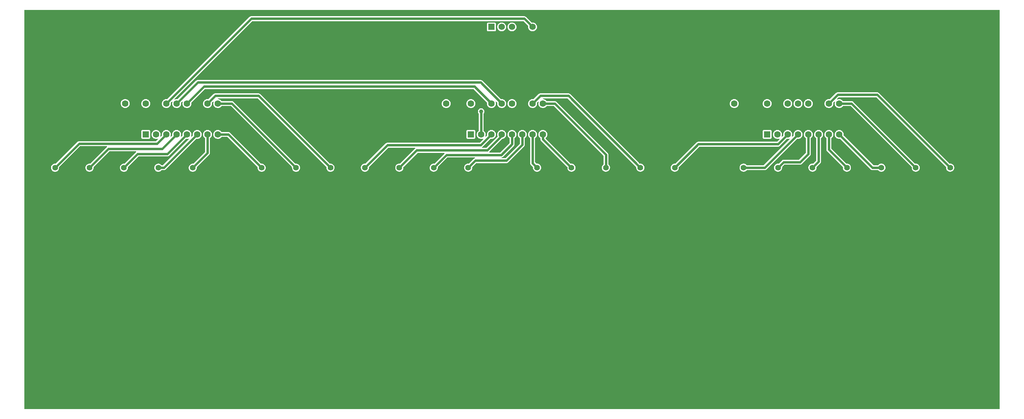
<source format=gbl>
G04 Layer: BottomLayer*
G04 EasyEDA v6.5.40, 2024-08-29 12:46:18*
G04 cb6e2e9fbd21486d88ae5690d2d3dc00,10*
G04 Gerber Generator version 0.2*
G04 Scale: 100 percent, Rotated: No, Reflected: No *
G04 Dimensions in millimeters *
G04 leading zeros omitted , absolute positions ,4 integer and 5 decimal *
%FSLAX45Y45*%
%MOMM*%

%ADD10C,0.6000*%
%ADD11C,1.6000*%
%ADD12R,1.6000X1.6000*%
%ADD13C,1.5748*%
%ADD14R,1.5748X1.5748*%
%ADD15C,1.4000*%
%ADD16C,1.0000*%
%ADD17C,0.9000*%
%ADD18C,0.0130*%

%LPD*%
G36*
X36068Y-2780792D02*
G01*
X32156Y-2780030D01*
X28905Y-2777794D01*
X26670Y-2774543D01*
X25908Y-2770632D01*
X25908Y7063231D01*
X26670Y7067143D01*
X28905Y7070394D01*
X32156Y7072630D01*
X36068Y7073392D01*
X24093932Y7073392D01*
X24097843Y7072630D01*
X24101094Y7070394D01*
X24103330Y7067143D01*
X24104092Y7063231D01*
X24104092Y-2770632D01*
X24103330Y-2774543D01*
X24101094Y-2777794D01*
X24097843Y-2780030D01*
X24093932Y-2780792D01*
G37*

%LPC*%
G36*
X12682982Y3078835D02*
G01*
X12696393Y3079699D01*
X12709550Y3082391D01*
X12722199Y3086811D01*
X12734188Y3092856D01*
X12745262Y3100425D01*
X12755219Y3109468D01*
X12763855Y3119678D01*
X12771120Y3131007D01*
X12776758Y3143199D01*
X12780721Y3156000D01*
X12782956Y3169259D01*
X12783413Y3182670D01*
X12782042Y3196031D01*
X12778943Y3209086D01*
X12774117Y3221583D01*
X12767665Y3233369D01*
X12759740Y3244189D01*
X12750393Y3253841D01*
X12739827Y3262122D01*
X12728295Y3268979D01*
X12715951Y3274212D01*
X12702997Y3277768D01*
X12689687Y3279546D01*
X12676276Y3279546D01*
X12671094Y3279343D01*
X12668148Y3280359D01*
X12665659Y3282187D01*
X12636500Y3311347D01*
X12634264Y3314649D01*
X12633502Y3318560D01*
X12633502Y3903014D01*
X12634010Y3906113D01*
X12635382Y3908907D01*
X12637566Y3911142D01*
X12644577Y3916375D01*
X12654737Y3926230D01*
X12663576Y3937304D01*
X12670942Y3949395D01*
X12676632Y3962349D01*
X12680696Y3975912D01*
X12682931Y3989882D01*
X12683388Y4004056D01*
X12682016Y4018127D01*
X12678867Y4031945D01*
X12673990Y4045204D01*
X12667437Y4057751D01*
X12659360Y4069384D01*
X12649809Y4079849D01*
X12639040Y4089044D01*
X12627203Y4096765D01*
X12614402Y4102912D01*
X12600990Y4107383D01*
X12587071Y4110075D01*
X12572949Y4110990D01*
X12558826Y4110075D01*
X12544958Y4107383D01*
X12531496Y4102912D01*
X12518745Y4096765D01*
X12506858Y4089044D01*
X12496088Y4079849D01*
X12486589Y4069384D01*
X12478461Y4057751D01*
X12471958Y4045204D01*
X12467031Y4031945D01*
X12463881Y4018127D01*
X12462560Y4004056D01*
X12462967Y3989882D01*
X12465253Y3975912D01*
X12469266Y3962349D01*
X12475006Y3949395D01*
X12482372Y3937304D01*
X12491161Y3926230D01*
X12501321Y3916375D01*
X12508433Y3911092D01*
X12510617Y3908856D01*
X12511989Y3906062D01*
X12512497Y3902964D01*
X12512497Y3289604D01*
X12513005Y3281578D01*
X12515088Y3271824D01*
X12515697Y3269843D01*
X12518745Y3262528D01*
X12519710Y3260648D01*
X12523876Y3253943D01*
X12530429Y3246272D01*
X12580213Y3196488D01*
X12582601Y3192729D01*
X12583109Y3188309D01*
X12582550Y3182670D01*
X12583007Y3169259D01*
X12585242Y3156000D01*
X12589205Y3143199D01*
X12594844Y3131007D01*
X12602108Y3119678D01*
X12610744Y3109468D01*
X12620701Y3100425D01*
X12631775Y3092856D01*
X12643764Y3086811D01*
X12656413Y3082391D01*
X12669570Y3079699D01*
G37*
G36*
X19482968Y3078835D02*
G01*
X19496379Y3079699D01*
X19509536Y3082391D01*
X19522186Y3086811D01*
X19534174Y3092856D01*
X19545249Y3100425D01*
X19555206Y3109468D01*
X19563842Y3119678D01*
X19571106Y3131007D01*
X19576745Y3143199D01*
X19580707Y3156000D01*
X19582942Y3169259D01*
X19583400Y3182670D01*
X19582841Y3188309D01*
X19583349Y3192729D01*
X19585736Y3196488D01*
X19676770Y3287522D01*
X19683323Y3295192D01*
X19687489Y3301898D01*
X19688454Y3303778D01*
X19691502Y3311093D01*
X19693890Y3320796D01*
X19694194Y3322828D01*
X19694702Y3330854D01*
X19694702Y3903014D01*
X19695210Y3906113D01*
X19696582Y3908907D01*
X19698766Y3911193D01*
X19705777Y3916375D01*
X19715937Y3926230D01*
X19724776Y3937304D01*
X19732142Y3949395D01*
X19737832Y3962349D01*
X19741896Y3975912D01*
X19744131Y3989933D01*
X19744588Y4004056D01*
X19743216Y4018127D01*
X19740067Y4031945D01*
X19735190Y4045254D01*
X19728637Y4057802D01*
X19720560Y4069384D01*
X19711009Y4079900D01*
X19700240Y4089044D01*
X19688403Y4096765D01*
X19675602Y4102912D01*
X19662190Y4107383D01*
X19648271Y4110075D01*
X19634149Y4110990D01*
X19620026Y4110075D01*
X19606158Y4107383D01*
X19592696Y4102912D01*
X19579945Y4096765D01*
X19568058Y4089044D01*
X19557288Y4079900D01*
X19547789Y4069384D01*
X19539661Y4057802D01*
X19533158Y4045254D01*
X19528231Y4031945D01*
X19525081Y4018127D01*
X19523760Y4004056D01*
X19524167Y3989933D01*
X19526453Y3975912D01*
X19530466Y3962349D01*
X19536206Y3949395D01*
X19543572Y3937304D01*
X19552361Y3926230D01*
X19562521Y3916375D01*
X19569633Y3911092D01*
X19571817Y3908856D01*
X19573189Y3906062D01*
X19573697Y3902964D01*
X19573697Y3359810D01*
X19572935Y3355898D01*
X19570700Y3352596D01*
X19500291Y3282187D01*
X19497751Y3280359D01*
X19494855Y3279343D01*
X19489674Y3279546D01*
X19476262Y3279546D01*
X19462953Y3277768D01*
X19449999Y3274212D01*
X19437654Y3268979D01*
X19426123Y3262122D01*
X19415556Y3253841D01*
X19406209Y3244189D01*
X19398284Y3233369D01*
X19391833Y3221583D01*
X19387007Y3209086D01*
X19383908Y3196031D01*
X19382536Y3182670D01*
X19382994Y3169259D01*
X19385229Y3156000D01*
X19389191Y3143199D01*
X19394830Y3131007D01*
X19402094Y3119678D01*
X19410730Y3109468D01*
X19420687Y3100425D01*
X19431762Y3092856D01*
X19443750Y3086811D01*
X19456400Y3082391D01*
X19469557Y3079699D01*
G37*
G36*
X20332954Y3078835D02*
G01*
X20346365Y3079699D01*
X20359522Y3082391D01*
X20372171Y3086811D01*
X20384160Y3092856D01*
X20395234Y3100425D01*
X20405191Y3109468D01*
X20413827Y3119678D01*
X20421092Y3131007D01*
X20426730Y3143199D01*
X20430693Y3156000D01*
X20432928Y3169259D01*
X20433385Y3182670D01*
X20432014Y3196031D01*
X20428915Y3209086D01*
X20424089Y3221583D01*
X20417637Y3233369D01*
X20409712Y3244189D01*
X20400365Y3253841D01*
X20389799Y3262122D01*
X20378267Y3268979D01*
X20365923Y3274212D01*
X20352969Y3277768D01*
X20339659Y3279546D01*
X20326248Y3279546D01*
X20321066Y3279343D01*
X20318171Y3280359D01*
X20315631Y3282187D01*
X19951700Y3646119D01*
X19949464Y3649421D01*
X19948702Y3653332D01*
X19948702Y3903014D01*
X19949210Y3906113D01*
X19950582Y3908907D01*
X19952766Y3911193D01*
X19959777Y3916375D01*
X19969937Y3926230D01*
X19978776Y3937304D01*
X19986142Y3949395D01*
X19991832Y3962349D01*
X19995896Y3975912D01*
X19998131Y3989933D01*
X19998588Y4004056D01*
X19997216Y4018127D01*
X19994067Y4031945D01*
X19989190Y4045254D01*
X19982637Y4057802D01*
X19974560Y4069384D01*
X19965009Y4079900D01*
X19954240Y4089044D01*
X19942403Y4096765D01*
X19929602Y4102912D01*
X19916190Y4107383D01*
X19902271Y4110075D01*
X19888149Y4110990D01*
X19874026Y4110075D01*
X19860158Y4107383D01*
X19846696Y4102912D01*
X19833945Y4096765D01*
X19822058Y4089044D01*
X19811288Y4079900D01*
X19801789Y4069384D01*
X19793661Y4057802D01*
X19787158Y4045254D01*
X19782231Y4031945D01*
X19779081Y4018127D01*
X19777760Y4004056D01*
X19778167Y3989933D01*
X19780453Y3975912D01*
X19784466Y3962349D01*
X19790206Y3949395D01*
X19797572Y3937304D01*
X19806361Y3926230D01*
X19816521Y3916375D01*
X19823633Y3911092D01*
X19825817Y3908856D01*
X19827189Y3906062D01*
X19827697Y3902964D01*
X19827697Y3624376D01*
X19828205Y3616350D01*
X19830288Y3606596D01*
X19830897Y3604615D01*
X19833945Y3597300D01*
X19834910Y3595420D01*
X19839076Y3588715D01*
X19845629Y3581044D01*
X20230185Y3196488D01*
X20232573Y3192729D01*
X20233081Y3188309D01*
X20232522Y3182670D01*
X20232979Y3169259D01*
X20235214Y3156000D01*
X20239177Y3143199D01*
X20244816Y3131007D01*
X20252080Y3119678D01*
X20260716Y3109468D01*
X20270673Y3100425D01*
X20281747Y3092856D01*
X20293736Y3086811D01*
X20306385Y3082391D01*
X20319542Y3079699D01*
G37*
G36*
X13532967Y3078835D02*
G01*
X13546378Y3079699D01*
X13559536Y3082391D01*
X13572185Y3086811D01*
X13584174Y3092856D01*
X13595248Y3100425D01*
X13605205Y3109468D01*
X13613841Y3119678D01*
X13621105Y3131007D01*
X13626744Y3143199D01*
X13630706Y3156000D01*
X13632942Y3169259D01*
X13633399Y3182670D01*
X13632027Y3196031D01*
X13628928Y3209086D01*
X13624102Y3221583D01*
X13617651Y3233369D01*
X13609726Y3244189D01*
X13600379Y3253841D01*
X13589812Y3262122D01*
X13578281Y3268979D01*
X13565936Y3274212D01*
X13552982Y3277768D01*
X13539673Y3279546D01*
X13526262Y3279546D01*
X13521080Y3279343D01*
X13518134Y3280359D01*
X13515644Y3282187D01*
X12897104Y3900728D01*
X12894767Y3904386D01*
X12894106Y3908653D01*
X12895326Y3912819D01*
X12898577Y3916375D01*
X12908737Y3926230D01*
X12917576Y3937304D01*
X12924942Y3949395D01*
X12930632Y3962349D01*
X12934696Y3975912D01*
X12936931Y3989882D01*
X12937388Y4004056D01*
X12936016Y4018127D01*
X12932867Y4031945D01*
X12927990Y4045204D01*
X12921437Y4057751D01*
X12913360Y4069384D01*
X12903809Y4079849D01*
X12893040Y4089044D01*
X12881203Y4096765D01*
X12868402Y4102912D01*
X12854990Y4107383D01*
X12841071Y4110075D01*
X12826949Y4110990D01*
X12812826Y4110075D01*
X12798958Y4107383D01*
X12785496Y4102912D01*
X12772745Y4096765D01*
X12760858Y4089044D01*
X12750088Y4079849D01*
X12740589Y4069384D01*
X12732461Y4057751D01*
X12725958Y4045204D01*
X12721031Y4031945D01*
X12717881Y4018127D01*
X12716560Y4004056D01*
X12716967Y3989882D01*
X12719253Y3975912D01*
X12723266Y3962349D01*
X12729006Y3949395D01*
X12736372Y3937304D01*
X12745161Y3926230D01*
X12755321Y3916375D01*
X12762433Y3911092D01*
X12764617Y3908856D01*
X12765989Y3906062D01*
X12766497Y3902964D01*
X12766497Y3885590D01*
X12767005Y3877564D01*
X12769088Y3867810D01*
X12769697Y3865829D01*
X12772745Y3858514D01*
X12773710Y3856634D01*
X12777876Y3849928D01*
X12784429Y3842258D01*
X13430199Y3196488D01*
X13432586Y3192729D01*
X13433094Y3188309D01*
X13432536Y3182670D01*
X13432993Y3169259D01*
X13435228Y3156000D01*
X13439190Y3143199D01*
X13444829Y3131007D01*
X13452094Y3119678D01*
X13460730Y3109468D01*
X13470686Y3100425D01*
X13481761Y3092856D01*
X13493750Y3086811D01*
X13506399Y3082391D01*
X13519556Y3079699D01*
G37*
G36*
X18632982Y3078835D02*
G01*
X18646343Y3079699D01*
X18659500Y3082391D01*
X18672200Y3086811D01*
X18684189Y3092856D01*
X18695212Y3100425D01*
X18705169Y3109468D01*
X18713856Y3119678D01*
X18721070Y3131007D01*
X18726708Y3143199D01*
X18730722Y3156000D01*
X18732957Y3169259D01*
X18733363Y3182670D01*
X18732804Y3188309D01*
X18733363Y3192729D01*
X18735751Y3196488D01*
X18790462Y3251200D01*
X18793764Y3253435D01*
X18797625Y3254197D01*
X19176695Y3254197D01*
X19184670Y3254705D01*
X19186753Y3255010D01*
X19196456Y3257397D01*
X19203771Y3260445D01*
X19212306Y3265576D01*
X19220027Y3272129D01*
X19422770Y3474872D01*
X19429323Y3482594D01*
X19434454Y3491128D01*
X19437502Y3498443D01*
X19439890Y3508146D01*
X19440194Y3510229D01*
X19440702Y3518204D01*
X19440702Y3903014D01*
X19441210Y3906113D01*
X19442582Y3908907D01*
X19444766Y3911193D01*
X19451777Y3916375D01*
X19461937Y3926230D01*
X19470776Y3937304D01*
X19478142Y3949395D01*
X19483832Y3962349D01*
X19487896Y3975912D01*
X19490131Y3989933D01*
X19490588Y4004056D01*
X19489216Y4018127D01*
X19486067Y4031945D01*
X19481190Y4045254D01*
X19474637Y4057802D01*
X19466560Y4069384D01*
X19457009Y4079900D01*
X19446240Y4089044D01*
X19434403Y4096765D01*
X19421602Y4102912D01*
X19408190Y4107383D01*
X19394271Y4110075D01*
X19380149Y4110990D01*
X19366026Y4110075D01*
X19352158Y4107383D01*
X19338696Y4102912D01*
X19325945Y4096765D01*
X19314058Y4089044D01*
X19303288Y4079900D01*
X19293789Y4069384D01*
X19285661Y4057802D01*
X19279158Y4045254D01*
X19274231Y4031945D01*
X19271081Y4018127D01*
X19269760Y4004056D01*
X19270167Y3989933D01*
X19272453Y3975912D01*
X19276466Y3962349D01*
X19282206Y3949395D01*
X19289572Y3937304D01*
X19298361Y3926230D01*
X19308521Y3916375D01*
X19315633Y3911092D01*
X19317817Y3908856D01*
X19319189Y3906062D01*
X19319697Y3902964D01*
X19319697Y3547160D01*
X19318935Y3543300D01*
X19316700Y3539998D01*
X19154902Y3378200D01*
X19151600Y3375964D01*
X19147739Y3375202D01*
X18768669Y3375202D01*
X18760694Y3374694D01*
X18758611Y3374390D01*
X18748908Y3372002D01*
X18741593Y3368954D01*
X18733058Y3363823D01*
X18725337Y3357270D01*
X18650254Y3282187D01*
X18647765Y3280359D01*
X18644819Y3279343D01*
X18639688Y3279546D01*
X18626226Y3279546D01*
X18612967Y3277768D01*
X18600013Y3274212D01*
X18587618Y3268979D01*
X18576086Y3262122D01*
X18565571Y3253841D01*
X18556224Y3244189D01*
X18548248Y3233369D01*
X18541796Y3221583D01*
X18536970Y3209086D01*
X18533872Y3196031D01*
X18532551Y3182670D01*
X18532957Y3169259D01*
X18535192Y3156000D01*
X18539206Y3143199D01*
X18544844Y3131007D01*
X18552058Y3119678D01*
X18560745Y3109468D01*
X18570702Y3100425D01*
X18581725Y3092856D01*
X18593714Y3086811D01*
X18606414Y3082391D01*
X18619571Y3079699D01*
G37*
G36*
X21182939Y3078835D02*
G01*
X21196350Y3079699D01*
X21209508Y3082391D01*
X21222208Y3086811D01*
X21234146Y3092856D01*
X21245220Y3100425D01*
X21255177Y3109468D01*
X21263864Y3119678D01*
X21271077Y3131007D01*
X21276716Y3143199D01*
X21280729Y3156000D01*
X21282964Y3169259D01*
X21283371Y3182670D01*
X21282050Y3196031D01*
X21278951Y3209086D01*
X21274125Y3221583D01*
X21267674Y3233369D01*
X21259698Y3244189D01*
X21250351Y3253841D01*
X21239835Y3262122D01*
X21228304Y3268979D01*
X21215908Y3274212D01*
X21202954Y3277768D01*
X21189696Y3279546D01*
X21176234Y3279546D01*
X21162924Y3277768D01*
X21150021Y3274212D01*
X21137626Y3268979D01*
X21126094Y3262122D01*
X21115578Y3253841D01*
X21103793Y3241700D01*
X21100999Y3240278D01*
X21097849Y3239820D01*
X20992693Y3239820D01*
X20988782Y3240582D01*
X20985480Y3242767D01*
X20253909Y3974388D01*
X20252029Y3976928D01*
X20251064Y3979976D01*
X20251064Y3983177D01*
X20252131Y3989933D01*
X20252588Y4004056D01*
X20251216Y4018127D01*
X20248067Y4031945D01*
X20243190Y4045254D01*
X20236637Y4057802D01*
X20228560Y4069384D01*
X20219009Y4079900D01*
X20208240Y4089044D01*
X20196403Y4096765D01*
X20183602Y4102912D01*
X20170190Y4107383D01*
X20156271Y4110075D01*
X20142149Y4110990D01*
X20128026Y4110075D01*
X20114158Y4107383D01*
X20100696Y4102912D01*
X20087945Y4096765D01*
X20076058Y4089044D01*
X20065288Y4079900D01*
X20055789Y4069384D01*
X20047661Y4057802D01*
X20041158Y4045254D01*
X20036231Y4031945D01*
X20033081Y4018127D01*
X20031760Y4004056D01*
X20032167Y3989933D01*
X20034453Y3975912D01*
X20038466Y3962349D01*
X20044206Y3949395D01*
X20051572Y3937304D01*
X20060361Y3926230D01*
X20070521Y3916375D01*
X20081900Y3907942D01*
X20094244Y3900982D01*
X20107351Y3895648D01*
X20121067Y3892092D01*
X20135088Y3890264D01*
X20149261Y3890264D01*
X20159929Y3891635D01*
X20162977Y3891584D01*
X20165923Y3890568D01*
X20168412Y3888740D01*
X20920405Y3136747D01*
X20926399Y3131413D01*
X20934781Y3125978D01*
X20936661Y3125012D01*
X20945957Y3121355D01*
X20955711Y3119272D01*
X20963737Y3118764D01*
X21098103Y3118764D01*
X21102421Y3117850D01*
X21105876Y3115208D01*
X21110752Y3109468D01*
X21120709Y3100425D01*
X21131733Y3092856D01*
X21143722Y3086811D01*
X21156422Y3082391D01*
X21169579Y3079699D01*
G37*
G36*
X16082975Y3078835D02*
G01*
X16096386Y3079699D01*
X16109543Y3082391D01*
X16122192Y3086811D01*
X16134181Y3092856D01*
X16145256Y3100425D01*
X16155212Y3109468D01*
X16163848Y3119678D01*
X16171113Y3131007D01*
X16176751Y3143199D01*
X16180714Y3156000D01*
X16182949Y3169259D01*
X16183406Y3182670D01*
X16182848Y3188258D01*
X16183356Y3192729D01*
X16185743Y3196488D01*
X16685006Y3695700D01*
X16688307Y3697935D01*
X16692168Y3698697D01*
X18630595Y3698697D01*
X18638570Y3699205D01*
X18640653Y3699510D01*
X18650356Y3701897D01*
X18657671Y3704945D01*
X18666206Y3710076D01*
X18673927Y3716629D01*
X18845987Y3888740D01*
X18848476Y3890568D01*
X18851422Y3891534D01*
X18854470Y3891635D01*
X18865088Y3890264D01*
X18879261Y3890264D01*
X18893282Y3892092D01*
X18906998Y3895648D01*
X18909030Y3896512D01*
X18912890Y3897223D01*
X18916802Y3896461D01*
X18920053Y3894226D01*
X18922238Y3890924D01*
X18923000Y3887063D01*
X18922238Y3883151D01*
X18920002Y3879900D01*
X18282920Y3242767D01*
X18279618Y3240582D01*
X18275706Y3239820D01*
X17868087Y3239820D01*
X17864937Y3240278D01*
X17862143Y3241700D01*
X17850358Y3253841D01*
X17839842Y3262122D01*
X17828310Y3268979D01*
X17815915Y3274212D01*
X17802961Y3277768D01*
X17789702Y3279546D01*
X17776240Y3279546D01*
X17762982Y3277768D01*
X17750028Y3274212D01*
X17737632Y3268979D01*
X17726101Y3262122D01*
X17715585Y3253841D01*
X17706238Y3244189D01*
X17698262Y3233369D01*
X17691811Y3221583D01*
X17686985Y3209086D01*
X17683886Y3196031D01*
X17682565Y3182670D01*
X17682972Y3169259D01*
X17685207Y3156000D01*
X17689220Y3143199D01*
X17694859Y3131007D01*
X17702072Y3119678D01*
X17710759Y3109468D01*
X17720716Y3100425D01*
X17731740Y3092856D01*
X17743728Y3086811D01*
X17756428Y3082391D01*
X17769586Y3079699D01*
X17782997Y3078835D01*
X17796357Y3079699D01*
X17809514Y3082391D01*
X17822214Y3086811D01*
X17834203Y3092856D01*
X17845227Y3100425D01*
X17855184Y3109468D01*
X17860060Y3115208D01*
X17863515Y3117850D01*
X17867833Y3118764D01*
X18304662Y3118764D01*
X18312688Y3119272D01*
X18322442Y3121355D01*
X18331738Y3125012D01*
X18333618Y3125978D01*
X18342000Y3131413D01*
X18347994Y3136747D01*
X19099987Y3888740D01*
X19102476Y3890568D01*
X19105422Y3891534D01*
X19108470Y3891635D01*
X19119088Y3890264D01*
X19133261Y3890264D01*
X19147282Y3892092D01*
X19160998Y3895648D01*
X19174104Y3900982D01*
X19186448Y3907942D01*
X19197777Y3916375D01*
X19207937Y3926230D01*
X19216776Y3937304D01*
X19224142Y3949395D01*
X19229832Y3962349D01*
X19233896Y3975912D01*
X19236131Y3989933D01*
X19236588Y4004056D01*
X19235216Y4018127D01*
X19232067Y4031945D01*
X19227190Y4045254D01*
X19220637Y4057802D01*
X19212560Y4069384D01*
X19203009Y4079900D01*
X19192240Y4089044D01*
X19180403Y4096765D01*
X19167602Y4102912D01*
X19154190Y4107383D01*
X19140271Y4110075D01*
X19126149Y4110990D01*
X19112026Y4110075D01*
X19098158Y4107383D01*
X19084696Y4102912D01*
X19071945Y4096765D01*
X19060058Y4089044D01*
X19049288Y4079900D01*
X19039789Y4069384D01*
X19031661Y4057802D01*
X19025158Y4045254D01*
X19020231Y4031945D01*
X19017081Y4018127D01*
X19015760Y4004056D01*
X19016167Y3989933D01*
X19017284Y3983126D01*
X19017284Y3979926D01*
X19016319Y3976878D01*
X19014440Y3974287D01*
X18992900Y3952798D01*
X18989192Y3950411D01*
X18984772Y3949852D01*
X18980556Y3951224D01*
X18977305Y3954322D01*
X18975679Y3958437D01*
X18975984Y3962857D01*
X18979896Y3975912D01*
X18982131Y3989933D01*
X18982588Y4004056D01*
X18981216Y4018127D01*
X18978067Y4031945D01*
X18973190Y4045254D01*
X18966637Y4057802D01*
X18958560Y4069384D01*
X18949009Y4079900D01*
X18938240Y4089044D01*
X18926403Y4096765D01*
X18913602Y4102912D01*
X18900190Y4107383D01*
X18886271Y4110075D01*
X18872149Y4110990D01*
X18858026Y4110075D01*
X18844158Y4107383D01*
X18830696Y4102912D01*
X18817945Y4096765D01*
X18806058Y4089044D01*
X18795288Y4079900D01*
X18785789Y4069384D01*
X18777661Y4057802D01*
X18771158Y4045254D01*
X18766231Y4031945D01*
X18763081Y4018127D01*
X18761760Y4004056D01*
X18762167Y3989933D01*
X18763284Y3983126D01*
X18763284Y3979926D01*
X18762319Y3976878D01*
X18760440Y3974287D01*
X18738900Y3952798D01*
X18735192Y3950411D01*
X18730772Y3949852D01*
X18726556Y3951224D01*
X18723305Y3954322D01*
X18721679Y3958437D01*
X18721984Y3962857D01*
X18725896Y3975912D01*
X18728131Y3989933D01*
X18728588Y4004056D01*
X18727216Y4018127D01*
X18724067Y4031945D01*
X18719190Y4045254D01*
X18712637Y4057802D01*
X18704560Y4069384D01*
X18695009Y4079900D01*
X18684240Y4089044D01*
X18672403Y4096765D01*
X18659602Y4102912D01*
X18646190Y4107383D01*
X18632271Y4110075D01*
X18618149Y4110990D01*
X18604026Y4110075D01*
X18590158Y4107383D01*
X18576696Y4102912D01*
X18563945Y4096765D01*
X18552058Y4089044D01*
X18541288Y4079900D01*
X18531789Y4069384D01*
X18523661Y4057802D01*
X18517158Y4045254D01*
X18512231Y4031945D01*
X18509081Y4018127D01*
X18507760Y4004056D01*
X18508167Y3989933D01*
X18510453Y3975912D01*
X18514466Y3962349D01*
X18520206Y3949395D01*
X18527572Y3937304D01*
X18536361Y3926230D01*
X18546521Y3916375D01*
X18557900Y3907942D01*
X18570244Y3900982D01*
X18583351Y3895648D01*
X18597067Y3892092D01*
X18611088Y3890264D01*
X18625261Y3890264D01*
X18639282Y3892092D01*
X18652998Y3895648D01*
X18655030Y3896512D01*
X18658890Y3897223D01*
X18662802Y3896461D01*
X18666053Y3894226D01*
X18668238Y3890924D01*
X18669000Y3887063D01*
X18668238Y3883151D01*
X18666002Y3879900D01*
X18608802Y3822700D01*
X18605500Y3820464D01*
X18601639Y3819702D01*
X16663212Y3819702D01*
X16655237Y3819194D01*
X16653154Y3818890D01*
X16643451Y3816502D01*
X16636136Y3813454D01*
X16627601Y3808323D01*
X16619880Y3801770D01*
X16100298Y3282187D01*
X16097808Y3280308D01*
X16094862Y3279343D01*
X16089680Y3279546D01*
X16076269Y3279546D01*
X16062960Y3277768D01*
X16050006Y3274212D01*
X16037661Y3268979D01*
X16026130Y3262122D01*
X16015563Y3253841D01*
X16006216Y3244189D01*
X15998291Y3233369D01*
X15991840Y3221583D01*
X15987013Y3209086D01*
X15983915Y3196031D01*
X15982543Y3182670D01*
X15983000Y3169259D01*
X15985236Y3156000D01*
X15989198Y3143199D01*
X15994837Y3131007D01*
X16002101Y3119678D01*
X16010737Y3109468D01*
X16020694Y3100425D01*
X16031768Y3092856D01*
X16043757Y3086811D01*
X16056406Y3082391D01*
X16069563Y3079699D01*
G37*
G36*
X14383004Y3078835D02*
G01*
X14396364Y3079699D01*
X14409521Y3082391D01*
X14422221Y3086811D01*
X14434210Y3092856D01*
X14445234Y3100425D01*
X14455190Y3109468D01*
X14463877Y3119678D01*
X14471091Y3131007D01*
X14476730Y3143199D01*
X14480743Y3156000D01*
X14482978Y3169259D01*
X14483384Y3182670D01*
X14482063Y3196031D01*
X14478965Y3209086D01*
X14474139Y3221583D01*
X14467687Y3233369D01*
X14459712Y3244189D01*
X14450364Y3253841D01*
X14447367Y3256178D01*
X14445284Y3258413D01*
X14443963Y3261156D01*
X14443506Y3264153D01*
X14443506Y3498291D01*
X14442998Y3506266D01*
X14442694Y3508349D01*
X14440306Y3518052D01*
X14437258Y3525367D01*
X14432127Y3533901D01*
X14425574Y3541623D01*
X13162127Y4805070D01*
X13154406Y4811623D01*
X13145871Y4816754D01*
X13138556Y4819802D01*
X13128853Y4822190D01*
X13126770Y4822494D01*
X13118795Y4823002D01*
X12924485Y4823002D01*
X12921284Y4823510D01*
X12918389Y4825034D01*
X12916154Y4827371D01*
X12913360Y4831384D01*
X12903809Y4841849D01*
X12893040Y4851044D01*
X12881203Y4858766D01*
X12868402Y4864912D01*
X12854990Y4869383D01*
X12841071Y4872075D01*
X12839242Y4872177D01*
X12834975Y4873447D01*
X12831673Y4876393D01*
X12829895Y4880457D01*
X12830048Y4884877D01*
X12832080Y4888788D01*
X12835585Y4891532D01*
X12839903Y4892497D01*
X13429945Y4892497D01*
X13433806Y4891735D01*
X13437107Y4889500D01*
X15130170Y3196437D01*
X15132557Y3192678D01*
X15133116Y3188258D01*
X15132557Y3182670D01*
X15132964Y3169259D01*
X15135199Y3156000D01*
X15139212Y3143199D01*
X15144851Y3131007D01*
X15152065Y3119678D01*
X15160751Y3109468D01*
X15170708Y3100425D01*
X15181732Y3092856D01*
X15193721Y3086811D01*
X15206421Y3082391D01*
X15219578Y3079699D01*
X15232989Y3078835D01*
X15246350Y3079699D01*
X15259507Y3082391D01*
X15272207Y3086811D01*
X15284196Y3092856D01*
X15295219Y3100425D01*
X15305176Y3109468D01*
X15313863Y3119678D01*
X15321076Y3131007D01*
X15326715Y3143199D01*
X15330728Y3156000D01*
X15332963Y3169259D01*
X15333370Y3182670D01*
X15332049Y3196031D01*
X15328950Y3209086D01*
X15324124Y3221583D01*
X15317673Y3233369D01*
X15309697Y3244189D01*
X15300350Y3253841D01*
X15289834Y3262122D01*
X15278303Y3268979D01*
X15265907Y3274212D01*
X15252954Y3277768D01*
X15239695Y3279546D01*
X15226233Y3279546D01*
X15221051Y3279343D01*
X15218105Y3280308D01*
X15215616Y3282137D01*
X13502233Y4995570D01*
X13494512Y5002123D01*
X13485977Y5007254D01*
X13478662Y5010302D01*
X13468959Y5012690D01*
X13466876Y5012994D01*
X13458901Y5013502D01*
X12763804Y5013502D01*
X12755829Y5012994D01*
X12753746Y5012690D01*
X12744043Y5010302D01*
X12736728Y5007254D01*
X12728194Y5002123D01*
X12720472Y4995570D01*
X12599212Y4874260D01*
X12596520Y4872380D01*
X12593370Y4871415D01*
X12590068Y4871516D01*
X12587071Y4872075D01*
X12572949Y4872990D01*
X12558826Y4872075D01*
X12544958Y4869383D01*
X12531496Y4864912D01*
X12518745Y4858766D01*
X12506858Y4851044D01*
X12496088Y4841849D01*
X12486589Y4831384D01*
X12478461Y4819751D01*
X12471958Y4807204D01*
X12467031Y4793945D01*
X12463881Y4780127D01*
X12462560Y4766056D01*
X12462967Y4751882D01*
X12465253Y4737912D01*
X12469266Y4724349D01*
X12475006Y4711395D01*
X12482372Y4699304D01*
X12491161Y4688230D01*
X12501321Y4678375D01*
X12512700Y4669891D01*
X12525044Y4662932D01*
X12538151Y4657648D01*
X12551867Y4654042D01*
X12565888Y4652264D01*
X12580061Y4652264D01*
X12594082Y4654042D01*
X12607798Y4657648D01*
X12620904Y4662932D01*
X12633248Y4669891D01*
X12644577Y4678375D01*
X12654737Y4688230D01*
X12663576Y4699304D01*
X12670942Y4711395D01*
X12676632Y4724349D01*
X12680696Y4737912D01*
X12682931Y4751882D01*
X12683388Y4766056D01*
X12681966Y4780686D01*
X12682524Y4785106D01*
X12684912Y4788865D01*
X12706451Y4810353D01*
X12709702Y4812538D01*
X12713512Y4813350D01*
X12717373Y4812639D01*
X12720624Y4810556D01*
X12722910Y4807356D01*
X12723774Y4803546D01*
X12723164Y4799685D01*
X12721031Y4793945D01*
X12717881Y4780127D01*
X12716560Y4766056D01*
X12716967Y4751882D01*
X12719253Y4737912D01*
X12723266Y4724349D01*
X12729006Y4711395D01*
X12736372Y4699304D01*
X12745161Y4688230D01*
X12755321Y4678375D01*
X12766700Y4669891D01*
X12779044Y4662932D01*
X12792151Y4657648D01*
X12805867Y4654042D01*
X12819888Y4652264D01*
X12834061Y4652264D01*
X12848082Y4654042D01*
X12861798Y4657648D01*
X12874904Y4662932D01*
X12887248Y4669891D01*
X12898577Y4678375D01*
X12908737Y4688230D01*
X12916662Y4698187D01*
X12918897Y4700219D01*
X12921640Y4701540D01*
X12924637Y4701997D01*
X13089839Y4701997D01*
X13093700Y4701235D01*
X13097002Y4699000D01*
X14319504Y3476498D01*
X14321739Y3473196D01*
X14322501Y3469335D01*
X14322501Y3264204D01*
X14322044Y3261207D01*
X14320723Y3258464D01*
X14318640Y3256229D01*
X14315592Y3253841D01*
X14306245Y3244189D01*
X14298269Y3233369D01*
X14291818Y3221583D01*
X14286992Y3209086D01*
X14283893Y3196031D01*
X14282572Y3182670D01*
X14282978Y3169259D01*
X14285213Y3156000D01*
X14289227Y3143199D01*
X14294866Y3131007D01*
X14302079Y3119678D01*
X14310766Y3109468D01*
X14320723Y3100425D01*
X14331746Y3092856D01*
X14343735Y3086811D01*
X14356435Y3082391D01*
X14369592Y3079699D01*
G37*
G36*
X22032925Y3078835D02*
G01*
X22046336Y3079699D01*
X22059493Y3082391D01*
X22072193Y3086760D01*
X22084131Y3092856D01*
X22095206Y3100425D01*
X22105162Y3109417D01*
X22113849Y3119678D01*
X22121063Y3131007D01*
X22126702Y3143199D01*
X22130715Y3156000D01*
X22132899Y3169259D01*
X22133356Y3182670D01*
X22132036Y3196031D01*
X22128937Y3209086D01*
X22124111Y3221583D01*
X22117659Y3233369D01*
X22109684Y3244189D01*
X22100336Y3253841D01*
X22089821Y3262122D01*
X22078289Y3268979D01*
X22065894Y3274212D01*
X22052940Y3277768D01*
X22039681Y3279546D01*
X22026219Y3279546D01*
X22021088Y3279343D01*
X22018142Y3280308D01*
X22015653Y3282187D01*
X20492770Y4805070D01*
X20485049Y4811623D01*
X20476514Y4816754D01*
X20469199Y4819802D01*
X20459496Y4822190D01*
X20457414Y4822494D01*
X20449438Y4823002D01*
X20239685Y4823002D01*
X20236484Y4823510D01*
X20233640Y4825034D01*
X20231354Y4827371D01*
X20228560Y4831384D01*
X20219009Y4841900D01*
X20208240Y4851044D01*
X20196403Y4858766D01*
X20183602Y4864912D01*
X20170190Y4869383D01*
X20156271Y4872075D01*
X20142149Y4872990D01*
X20128026Y4872075D01*
X20114158Y4869383D01*
X20104760Y4866284D01*
X20100290Y4865827D01*
X20096073Y4867351D01*
X20092924Y4870602D01*
X20091450Y4874818D01*
X20091958Y4879289D01*
X20094346Y4883099D01*
X20126198Y4914900D01*
X20129500Y4917135D01*
X20133360Y4917897D01*
X21054517Y4917897D01*
X21058378Y4917135D01*
X21061680Y4914900D01*
X22780142Y3196437D01*
X22782530Y3192678D01*
X22783088Y3188258D01*
X22782530Y3182670D01*
X22782987Y3169259D01*
X22785222Y3156000D01*
X22789184Y3143199D01*
X22794823Y3131007D01*
X22802037Y3119678D01*
X22810724Y3109417D01*
X22820680Y3100425D01*
X22831755Y3092856D01*
X22843744Y3086760D01*
X22856393Y3082391D01*
X22869550Y3079699D01*
X22882961Y3078835D01*
X22896322Y3079699D01*
X22909479Y3082391D01*
X22922179Y3086760D01*
X22934168Y3092856D01*
X22945242Y3100425D01*
X22955199Y3109417D01*
X22963835Y3119678D01*
X22971048Y3131007D01*
X22976738Y3143199D01*
X22980700Y3156000D01*
X22982936Y3169259D01*
X22983393Y3182670D01*
X22982021Y3196031D01*
X22978922Y3209086D01*
X22974096Y3221583D01*
X22967645Y3233369D01*
X22959669Y3244189D01*
X22950373Y3253841D01*
X22939806Y3262122D01*
X22928275Y3268979D01*
X22915930Y3274212D01*
X22902976Y3277768D01*
X22889667Y3279546D01*
X22876256Y3279546D01*
X22871023Y3279343D01*
X22868077Y3280308D01*
X22865588Y3282137D01*
X21126805Y5020970D01*
X21119084Y5027523D01*
X21110549Y5032654D01*
X21103234Y5035702D01*
X21093531Y5038090D01*
X21091448Y5038394D01*
X21083473Y5038902D01*
X20104404Y5038902D01*
X20096429Y5038394D01*
X20094346Y5038090D01*
X20084643Y5035702D01*
X20077328Y5032654D01*
X20068794Y5027523D01*
X20061072Y5020970D01*
X19914412Y4874310D01*
X19911771Y4872380D01*
X19908621Y4871415D01*
X19905319Y4871516D01*
X19902271Y4872075D01*
X19888149Y4872990D01*
X19874026Y4872075D01*
X19860158Y4869383D01*
X19846696Y4864912D01*
X19833945Y4858766D01*
X19822058Y4851044D01*
X19811288Y4841900D01*
X19801789Y4831384D01*
X19793661Y4819802D01*
X19787158Y4807254D01*
X19782231Y4793945D01*
X19779081Y4780127D01*
X19777760Y4766056D01*
X19778167Y4751933D01*
X19780453Y4737912D01*
X19784466Y4724349D01*
X19790206Y4711395D01*
X19797572Y4699304D01*
X19806361Y4688230D01*
X19816521Y4678375D01*
X19827900Y4669942D01*
X19840244Y4662982D01*
X19853351Y4657648D01*
X19867067Y4654092D01*
X19881088Y4652264D01*
X19895261Y4652264D01*
X19909282Y4654092D01*
X19922998Y4657648D01*
X19936104Y4662982D01*
X19948448Y4669942D01*
X19959777Y4678375D01*
X19969937Y4688230D01*
X19978776Y4699304D01*
X19986142Y4711395D01*
X19991832Y4724349D01*
X19995896Y4737912D01*
X19998131Y4751933D01*
X19998588Y4766056D01*
X19997166Y4780686D01*
X19997724Y4785106D01*
X20000112Y4788865D01*
X20021651Y4810353D01*
X20024852Y4812538D01*
X20028712Y4813350D01*
X20032522Y4812639D01*
X20035824Y4810506D01*
X20038110Y4807356D01*
X20038974Y4803546D01*
X20038364Y4799685D01*
X20036231Y4793945D01*
X20033081Y4780127D01*
X20031760Y4766056D01*
X20032167Y4751933D01*
X20034453Y4737912D01*
X20038466Y4724349D01*
X20044206Y4711395D01*
X20051572Y4699304D01*
X20060361Y4688230D01*
X20070521Y4678375D01*
X20081900Y4669942D01*
X20094244Y4662982D01*
X20107351Y4657648D01*
X20121067Y4654092D01*
X20135088Y4652264D01*
X20149261Y4652264D01*
X20163282Y4654092D01*
X20176998Y4657648D01*
X20190104Y4662982D01*
X20202448Y4669942D01*
X20213777Y4678375D01*
X20223937Y4688230D01*
X20231862Y4698187D01*
X20234097Y4700219D01*
X20236840Y4701540D01*
X20239837Y4701997D01*
X20420482Y4701997D01*
X20424343Y4701235D01*
X20427645Y4699000D01*
X21930156Y3196488D01*
X21932544Y3192729D01*
X21933103Y3188309D01*
X21932544Y3182670D01*
X21932950Y3169259D01*
X21935186Y3156000D01*
X21939199Y3143199D01*
X21944838Y3131007D01*
X21952051Y3119678D01*
X21960738Y3109417D01*
X21970695Y3100425D01*
X21981718Y3092856D01*
X21993707Y3086760D01*
X22006407Y3082391D01*
X22019564Y3079699D01*
G37*
G36*
X8433003Y3078835D02*
G01*
X8446363Y3079699D01*
X8459520Y3082391D01*
X8472220Y3086811D01*
X8484209Y3092856D01*
X8495233Y3100425D01*
X8505190Y3109468D01*
X8513876Y3119678D01*
X8521090Y3131007D01*
X8526729Y3143199D01*
X8530742Y3156000D01*
X8532977Y3169259D01*
X8533384Y3182670D01*
X8532825Y3188258D01*
X8533384Y3192678D01*
X8535771Y3196437D01*
X9009634Y3670300D01*
X9012936Y3672535D01*
X9016796Y3673297D01*
X9667849Y3673297D01*
X9671862Y3672484D01*
X9675215Y3670147D01*
X9677349Y3666693D01*
X9678009Y3662679D01*
X9676993Y3658717D01*
X9674504Y3655466D01*
X9667443Y3649319D01*
X9300311Y3282187D01*
X9297822Y3280359D01*
X9294876Y3279343D01*
X9289694Y3279546D01*
X9276283Y3279546D01*
X9262973Y3277768D01*
X9250019Y3274212D01*
X9237675Y3268979D01*
X9226143Y3262122D01*
X9215577Y3253841D01*
X9206230Y3244189D01*
X9198305Y3233369D01*
X9191853Y3221583D01*
X9187027Y3209086D01*
X9183928Y3196031D01*
X9182557Y3182670D01*
X9183014Y3169259D01*
X9185249Y3156000D01*
X9189212Y3143199D01*
X9194850Y3131007D01*
X9202115Y3119678D01*
X9210751Y3109468D01*
X9220708Y3100425D01*
X9231782Y3092856D01*
X9243771Y3086811D01*
X9256420Y3082391D01*
X9269577Y3079699D01*
X9282988Y3078835D01*
X9296400Y3079699D01*
X9309557Y3082391D01*
X9322206Y3086811D01*
X9334195Y3092856D01*
X9345269Y3100425D01*
X9355226Y3109468D01*
X9363862Y3119678D01*
X9371126Y3131007D01*
X9376765Y3143199D01*
X9380728Y3156000D01*
X9382963Y3169259D01*
X9383420Y3182670D01*
X9382861Y3188309D01*
X9383369Y3192729D01*
X9385757Y3196488D01*
X9732568Y3543300D01*
X9735870Y3545535D01*
X9739782Y3546297D01*
X10389971Y3546297D01*
X10393832Y3545535D01*
X10397134Y3543300D01*
X10399318Y3539998D01*
X10400131Y3536137D01*
X10399318Y3532225D01*
X10397134Y3528974D01*
X10150348Y3282137D01*
X10147858Y3280308D01*
X10144912Y3279343D01*
X10139680Y3279546D01*
X10126268Y3279546D01*
X10112959Y3277768D01*
X10100005Y3274212D01*
X10087660Y3268979D01*
X10076129Y3262122D01*
X10065562Y3253841D01*
X10056215Y3244189D01*
X10048290Y3233369D01*
X10041839Y3221583D01*
X10037013Y3209086D01*
X10033914Y3196031D01*
X10032542Y3182670D01*
X10033000Y3169259D01*
X10035235Y3156000D01*
X10039197Y3143199D01*
X10044836Y3131007D01*
X10052100Y3119678D01*
X10060736Y3109468D01*
X10070693Y3100425D01*
X10081768Y3092856D01*
X10093756Y3086811D01*
X10106406Y3082391D01*
X10119563Y3079699D01*
X10132974Y3078835D01*
X10146385Y3079699D01*
X10159542Y3082391D01*
X10172192Y3086811D01*
X10184180Y3092856D01*
X10195255Y3100425D01*
X10205212Y3109468D01*
X10213848Y3119678D01*
X10221112Y3131007D01*
X10226751Y3143199D01*
X10230713Y3156000D01*
X10232948Y3169259D01*
X10233406Y3182670D01*
X10232847Y3188258D01*
X10233355Y3192678D01*
X10235742Y3196437D01*
X10468356Y3429000D01*
X10471658Y3431235D01*
X10475518Y3431997D01*
X11141913Y3431997D01*
X11146028Y3431133D01*
X11149431Y3428695D01*
X11151565Y3425037D01*
X11152022Y3420872D01*
X11150803Y3416858D01*
X11148009Y3413709D01*
X11144199Y3411931D01*
X11136985Y3410102D01*
X11129670Y3407054D01*
X11121136Y3401923D01*
X11113414Y3395370D01*
X11000232Y3282187D01*
X10997742Y3280359D01*
X10994796Y3279343D01*
X10989716Y3279546D01*
X10976254Y3279546D01*
X10962995Y3277768D01*
X10950041Y3274212D01*
X10937646Y3268979D01*
X10926114Y3262122D01*
X10915599Y3253841D01*
X10906252Y3244189D01*
X10898276Y3233369D01*
X10891824Y3221583D01*
X10886998Y3209086D01*
X10883900Y3196031D01*
X10882579Y3182670D01*
X10882985Y3169259D01*
X10885220Y3156000D01*
X10889234Y3143199D01*
X10894872Y3131007D01*
X10902086Y3119678D01*
X10910773Y3109468D01*
X10920730Y3100425D01*
X10931753Y3092856D01*
X10943742Y3086811D01*
X10956442Y3082391D01*
X10969599Y3079699D01*
X10983010Y3078835D01*
X10996371Y3079699D01*
X11009528Y3082391D01*
X11022228Y3086811D01*
X11034217Y3092856D01*
X11045240Y3100425D01*
X11055197Y3109468D01*
X11063884Y3119678D01*
X11071098Y3131007D01*
X11076736Y3143199D01*
X11080750Y3156000D01*
X11082985Y3169259D01*
X11083391Y3182670D01*
X11082832Y3188360D01*
X11083391Y3192780D01*
X11085779Y3196539D01*
X11178540Y3289300D01*
X11181842Y3291535D01*
X11185702Y3292297D01*
X11924995Y3292297D01*
X11932970Y3292805D01*
X11935053Y3293110D01*
X11944756Y3295497D01*
X11952071Y3298545D01*
X11960606Y3303676D01*
X11968327Y3310229D01*
X12361570Y3703472D01*
X12368123Y3711194D01*
X12373254Y3719728D01*
X12376302Y3727043D01*
X12378690Y3736746D01*
X12378994Y3738829D01*
X12379502Y3746804D01*
X12379502Y3903014D01*
X12380010Y3906113D01*
X12381382Y3908907D01*
X12383566Y3911142D01*
X12390577Y3916375D01*
X12400737Y3926230D01*
X12409576Y3937304D01*
X12416942Y3949395D01*
X12422632Y3962349D01*
X12426696Y3975912D01*
X12428931Y3989882D01*
X12429388Y4004056D01*
X12428016Y4018127D01*
X12424867Y4031945D01*
X12419990Y4045204D01*
X12413437Y4057751D01*
X12405360Y4069384D01*
X12395809Y4079849D01*
X12385040Y4089044D01*
X12373203Y4096765D01*
X12360402Y4102912D01*
X12346990Y4107383D01*
X12333071Y4110075D01*
X12318949Y4110990D01*
X12304826Y4110075D01*
X12290958Y4107383D01*
X12277496Y4102912D01*
X12264745Y4096765D01*
X12252858Y4089044D01*
X12242088Y4079849D01*
X12232589Y4069384D01*
X12224461Y4057751D01*
X12217958Y4045204D01*
X12213031Y4031945D01*
X12209881Y4018127D01*
X12208560Y4004056D01*
X12208967Y3989882D01*
X12211253Y3975912D01*
X12215266Y3962349D01*
X12221006Y3949395D01*
X12228372Y3937304D01*
X12237161Y3926230D01*
X12247321Y3916375D01*
X12254433Y3911092D01*
X12256617Y3908856D01*
X12257989Y3906062D01*
X12258497Y3902964D01*
X12258497Y3775760D01*
X12257735Y3771900D01*
X12255500Y3768598D01*
X11903202Y3416300D01*
X11899900Y3414064D01*
X11896039Y3413302D01*
X11812828Y3413302D01*
X11808714Y3414166D01*
X11805310Y3416604D01*
X11803176Y3420262D01*
X11802719Y3424428D01*
X11803938Y3428441D01*
X11806732Y3431590D01*
X11810542Y3433368D01*
X11817756Y3435197D01*
X11825071Y3438245D01*
X11833606Y3443376D01*
X11841327Y3449929D01*
X12107570Y3716172D01*
X12114123Y3723894D01*
X12119254Y3732428D01*
X12122302Y3739743D01*
X12124690Y3749446D01*
X12124994Y3751529D01*
X12125502Y3759504D01*
X12125502Y3903014D01*
X12126010Y3906113D01*
X12127382Y3908907D01*
X12129566Y3911142D01*
X12136577Y3916375D01*
X12146737Y3926230D01*
X12155576Y3937304D01*
X12162942Y3949395D01*
X12168632Y3962349D01*
X12172696Y3975912D01*
X12174931Y3989882D01*
X12175388Y4004056D01*
X12174016Y4018127D01*
X12170867Y4031945D01*
X12165990Y4045204D01*
X12159437Y4057751D01*
X12151360Y4069384D01*
X12141809Y4079849D01*
X12131040Y4089044D01*
X12119203Y4096765D01*
X12106402Y4102912D01*
X12092990Y4107383D01*
X12079071Y4110075D01*
X12064949Y4110990D01*
X12050826Y4110075D01*
X12036958Y4107383D01*
X12023496Y4102912D01*
X12010745Y4096765D01*
X11998858Y4089044D01*
X11988088Y4079849D01*
X11978589Y4069384D01*
X11970461Y4057751D01*
X11963958Y4045204D01*
X11959031Y4031945D01*
X11955881Y4018127D01*
X11954560Y4004056D01*
X11954967Y3989882D01*
X11957253Y3975912D01*
X11961266Y3962349D01*
X11967006Y3949395D01*
X11974372Y3937304D01*
X11983161Y3926230D01*
X11993321Y3916375D01*
X12000433Y3911092D01*
X12002617Y3908856D01*
X12003989Y3906062D01*
X12004497Y3902964D01*
X12004497Y3788460D01*
X12003735Y3784600D01*
X12001500Y3781298D01*
X11776202Y3556000D01*
X11772900Y3553764D01*
X11769039Y3553002D01*
X11511686Y3553002D01*
X11507825Y3553764D01*
X11504523Y3556000D01*
X11502339Y3559301D01*
X11501526Y3563162D01*
X11502339Y3567074D01*
X11504523Y3570325D01*
X11822887Y3888740D01*
X11825630Y3890670D01*
X11828780Y3891635D01*
X11832082Y3892042D01*
X11845798Y3895648D01*
X11858904Y3900932D01*
X11871248Y3907891D01*
X11882577Y3916375D01*
X11892737Y3926230D01*
X11901576Y3937304D01*
X11908942Y3949395D01*
X11914632Y3962349D01*
X11918696Y3975912D01*
X11920931Y3989882D01*
X11921388Y4004056D01*
X11920016Y4018127D01*
X11916867Y4031945D01*
X11911990Y4045204D01*
X11905437Y4057751D01*
X11897360Y4069384D01*
X11887809Y4079849D01*
X11877040Y4089044D01*
X11865203Y4096765D01*
X11852402Y4102912D01*
X11838990Y4107383D01*
X11825071Y4110075D01*
X11810949Y4110990D01*
X11796826Y4110075D01*
X11782958Y4107383D01*
X11769496Y4102912D01*
X11756745Y4096765D01*
X11744858Y4089044D01*
X11734088Y4079849D01*
X11724589Y4069384D01*
X11716461Y4057751D01*
X11709958Y4045204D01*
X11705031Y4031945D01*
X11701881Y4018127D01*
X11700560Y4004056D01*
X11700967Y3989882D01*
X11703253Y3975912D01*
X11707266Y3962349D01*
X11710009Y3956151D01*
X11710873Y3952240D01*
X11710162Y3948226D01*
X11707926Y3944874D01*
X11433302Y3670300D01*
X11430000Y3668064D01*
X11426139Y3667302D01*
X11332921Y3667302D01*
X11328958Y3668115D01*
X11325606Y3670452D01*
X11323421Y3673906D01*
X11322812Y3677920D01*
X11323777Y3681882D01*
X11326266Y3685133D01*
X11333327Y3691280D01*
X11530787Y3888740D01*
X11533276Y3890518D01*
X11536172Y3891534D01*
X11539270Y3891635D01*
X11549888Y3890264D01*
X11564061Y3890264D01*
X11578082Y3892042D01*
X11591798Y3895648D01*
X11604904Y3900932D01*
X11617248Y3907891D01*
X11628577Y3916375D01*
X11638737Y3926230D01*
X11647576Y3937304D01*
X11654942Y3949395D01*
X11660632Y3962349D01*
X11664696Y3975912D01*
X11666931Y3989882D01*
X11667388Y4004056D01*
X11666016Y4018127D01*
X11662867Y4031945D01*
X11657990Y4045204D01*
X11651437Y4057751D01*
X11643360Y4069384D01*
X11633809Y4079849D01*
X11623040Y4089044D01*
X11611203Y4096765D01*
X11598402Y4102912D01*
X11584990Y4107383D01*
X11571071Y4110075D01*
X11556949Y4110990D01*
X11542826Y4110075D01*
X11528958Y4107383D01*
X11515496Y4102912D01*
X11502745Y4096765D01*
X11490858Y4089044D01*
X11480088Y4079849D01*
X11470589Y4069384D01*
X11462461Y4057751D01*
X11455958Y4045204D01*
X11451031Y4031945D01*
X11447881Y4018127D01*
X11446560Y4004056D01*
X11446967Y3989882D01*
X11448084Y3983126D01*
X11448084Y3979926D01*
X11447119Y3976878D01*
X11445240Y3974287D01*
X11423751Y3952798D01*
X11419992Y3950411D01*
X11415572Y3949852D01*
X11411356Y3951274D01*
X11408105Y3954322D01*
X11406530Y3958437D01*
X11406784Y3962857D01*
X11410696Y3975912D01*
X11412931Y3989882D01*
X11413388Y4004056D01*
X11412016Y4018127D01*
X11408867Y4031945D01*
X11403990Y4045204D01*
X11397437Y4057751D01*
X11389360Y4069384D01*
X11379809Y4079849D01*
X11365636Y4091889D01*
X11364061Y4094835D01*
X11363502Y4098137D01*
X11363502Y4509516D01*
X11364061Y4512868D01*
X11365738Y4515815D01*
X11369497Y4520539D01*
X11375491Y4530953D01*
X11379911Y4542180D01*
X11382552Y4553915D01*
X11383467Y4565904D01*
X11382552Y4577892D01*
X11379911Y4589627D01*
X11375491Y4600803D01*
X11369497Y4611217D01*
X11361978Y4620615D01*
X11353190Y4628794D01*
X11343233Y4635601D01*
X11332413Y4640783D01*
X11320932Y4644339D01*
X11308994Y4646168D01*
X11297005Y4646168D01*
X11285067Y4644339D01*
X11273586Y4640783D01*
X11262766Y4635601D01*
X11252809Y4628794D01*
X11244021Y4620615D01*
X11236502Y4611217D01*
X11230508Y4600803D01*
X11226088Y4589627D01*
X11223447Y4577892D01*
X11222532Y4565904D01*
X11223447Y4553915D01*
X11226088Y4542180D01*
X11230508Y4530953D01*
X11236502Y4520539D01*
X11240262Y4515815D01*
X11241938Y4512868D01*
X11242497Y4509516D01*
X11242497Y4098188D01*
X11241938Y4094886D01*
X11240363Y4091940D01*
X11226088Y4079849D01*
X11216589Y4069384D01*
X11208461Y4057751D01*
X11201958Y4045204D01*
X11197031Y4031945D01*
X11193881Y4018127D01*
X11192560Y4004056D01*
X11192967Y3989882D01*
X11195253Y3975912D01*
X11199266Y3962349D01*
X11205006Y3949395D01*
X11212372Y3937304D01*
X11221161Y3926230D01*
X11231321Y3916375D01*
X11242700Y3907891D01*
X11255044Y3900932D01*
X11268151Y3895648D01*
X11281867Y3892042D01*
X11295888Y3890264D01*
X11310061Y3890264D01*
X11324082Y3892042D01*
X11337798Y3895648D01*
X11339779Y3896461D01*
X11343690Y3897223D01*
X11347551Y3896410D01*
X11350802Y3894175D01*
X11352987Y3890873D01*
X11353749Y3887012D01*
X11352987Y3883151D01*
X11350802Y3879850D01*
X11268202Y3797300D01*
X11264900Y3795064D01*
X11261039Y3794302D01*
X8987840Y3794302D01*
X8979865Y3793794D01*
X8977782Y3793490D01*
X8968079Y3791102D01*
X8960764Y3788054D01*
X8952230Y3782923D01*
X8944508Y3776370D01*
X8450326Y3282137D01*
X8447836Y3280308D01*
X8444890Y3279343D01*
X8439708Y3279546D01*
X8426246Y3279546D01*
X8412988Y3277768D01*
X8400034Y3274212D01*
X8387638Y3268979D01*
X8376107Y3262122D01*
X8365591Y3253841D01*
X8356244Y3244189D01*
X8348268Y3233369D01*
X8341817Y3221583D01*
X8336991Y3209086D01*
X8333892Y3196031D01*
X8332571Y3182670D01*
X8332978Y3169259D01*
X8335213Y3156000D01*
X8339226Y3143199D01*
X8344865Y3131007D01*
X8352078Y3119678D01*
X8360765Y3109468D01*
X8370722Y3100425D01*
X8381746Y3092856D01*
X8393734Y3086811D01*
X8406434Y3082391D01*
X8419592Y3079699D01*
G37*
G36*
X4176268Y3079038D02*
G01*
X4189679Y3079038D01*
X4202988Y3080816D01*
X4215942Y3084372D01*
X4228287Y3089605D01*
X4239869Y3096463D01*
X4250385Y3104794D01*
X4259732Y3114446D01*
X4267708Y3125216D01*
X4274159Y3137001D01*
X4278934Y3149549D01*
X4282084Y3162604D01*
X4283405Y3175965D01*
X4282998Y3189122D01*
X4283659Y3193237D01*
X4285945Y3196640D01*
X4589170Y3499865D01*
X4595723Y3507587D01*
X4600854Y3516122D01*
X4603902Y3523437D01*
X4606290Y3533140D01*
X4606594Y3535222D01*
X4607102Y3543198D01*
X4607102Y3903014D01*
X4607610Y3906113D01*
X4608982Y3908907D01*
X4611166Y3911193D01*
X4618177Y3916375D01*
X4628337Y3926230D01*
X4637176Y3937304D01*
X4644542Y3949395D01*
X4650232Y3962349D01*
X4654296Y3975912D01*
X4656531Y3989933D01*
X4656988Y4004056D01*
X4655616Y4018127D01*
X4652467Y4031945D01*
X4647590Y4045254D01*
X4641037Y4057802D01*
X4632960Y4069384D01*
X4623409Y4079900D01*
X4612640Y4089044D01*
X4600803Y4096765D01*
X4588002Y4102912D01*
X4574590Y4107383D01*
X4560671Y4110075D01*
X4546549Y4110990D01*
X4532426Y4110075D01*
X4518558Y4107383D01*
X4505096Y4102912D01*
X4492345Y4096765D01*
X4480458Y4089044D01*
X4469688Y4079900D01*
X4460189Y4069384D01*
X4452061Y4057802D01*
X4445558Y4045254D01*
X4440631Y4031945D01*
X4437481Y4018127D01*
X4436160Y4004056D01*
X4436567Y3989933D01*
X4438853Y3975912D01*
X4442866Y3962349D01*
X4448606Y3949395D01*
X4455972Y3937304D01*
X4464761Y3926230D01*
X4474921Y3916375D01*
X4482033Y3911092D01*
X4484217Y3908856D01*
X4485589Y3906062D01*
X4486097Y3902964D01*
X4486097Y3572154D01*
X4485335Y3568293D01*
X4483100Y3564991D01*
X4200245Y3282086D01*
X4196638Y3279800D01*
X4192371Y3279140D01*
X4182973Y3279800D01*
X4169613Y3278886D01*
X4156456Y3276193D01*
X4143756Y3271824D01*
X4131767Y3265779D01*
X4120692Y3258159D01*
X4110736Y3249168D01*
X4102100Y3238906D01*
X4094886Y3227578D01*
X4089196Y3215436D01*
X4085234Y3202584D01*
X4082999Y3189376D01*
X4082542Y3175965D01*
X4083913Y3162604D01*
X4087012Y3149549D01*
X4091838Y3137001D01*
X4098290Y3125216D01*
X4106265Y3114446D01*
X4115562Y3104794D01*
X4126128Y3096463D01*
X4137660Y3089605D01*
X4150004Y3084372D01*
X4162958Y3080816D01*
G37*
G36*
X5876239Y3079038D02*
G01*
X5889701Y3079038D01*
X5903010Y3080816D01*
X5915914Y3084372D01*
X5928309Y3089605D01*
X5939840Y3096463D01*
X5950356Y3104794D01*
X5959703Y3114446D01*
X5967679Y3125216D01*
X5974130Y3137001D01*
X5978956Y3149549D01*
X5982055Y3162604D01*
X5983427Y3175965D01*
X5982970Y3189376D01*
X5980734Y3202584D01*
X5976721Y3215436D01*
X5971082Y3227578D01*
X5963869Y3238906D01*
X5955182Y3249168D01*
X5945225Y3258159D01*
X5934202Y3265779D01*
X5922213Y3271824D01*
X5909513Y3276193D01*
X5896356Y3278886D01*
X5882995Y3279800D01*
X5873597Y3279140D01*
X5869330Y3279800D01*
X5865723Y3282086D01*
X5104790Y4043070D01*
X5097068Y4049623D01*
X5088534Y4054754D01*
X5081219Y4057802D01*
X5071516Y4060190D01*
X5069484Y4060494D01*
X5061458Y4061002D01*
X4898085Y4061002D01*
X4894884Y4061510D01*
X4892040Y4063034D01*
X4889754Y4065371D01*
X4886960Y4069384D01*
X4877409Y4079900D01*
X4866640Y4089044D01*
X4854803Y4096765D01*
X4842002Y4102912D01*
X4828590Y4107383D01*
X4814671Y4110075D01*
X4800549Y4110990D01*
X4786426Y4110075D01*
X4772558Y4107383D01*
X4759096Y4102912D01*
X4746345Y4096765D01*
X4734458Y4089044D01*
X4723688Y4079900D01*
X4714189Y4069384D01*
X4706061Y4057802D01*
X4699558Y4045254D01*
X4694631Y4031945D01*
X4691481Y4018127D01*
X4690160Y4004056D01*
X4690567Y3989933D01*
X4692853Y3975912D01*
X4696866Y3962349D01*
X4702606Y3949395D01*
X4709972Y3937304D01*
X4718761Y3926230D01*
X4728921Y3916375D01*
X4740300Y3907942D01*
X4752644Y3900982D01*
X4765751Y3895648D01*
X4779467Y3892092D01*
X4793488Y3890264D01*
X4807661Y3890264D01*
X4821682Y3892092D01*
X4835398Y3895648D01*
X4848504Y3900982D01*
X4860848Y3907942D01*
X4872177Y3916375D01*
X4882337Y3926230D01*
X4890262Y3936187D01*
X4892497Y3938219D01*
X4895240Y3939540D01*
X4898237Y3939997D01*
X5032502Y3939997D01*
X5036362Y3939235D01*
X5039664Y3937000D01*
X5780024Y3196691D01*
X5782310Y3193237D01*
X5782970Y3189173D01*
X5782564Y3175965D01*
X5783884Y3162604D01*
X5786983Y3149549D01*
X5791809Y3137001D01*
X5798261Y3125216D01*
X5806236Y3114446D01*
X5815584Y3104794D01*
X5826099Y3096463D01*
X5837682Y3089605D01*
X5850026Y3084372D01*
X5862980Y3080816D01*
G37*
G36*
X776274Y3079038D02*
G01*
X789736Y3079038D01*
X802995Y3080816D01*
X815949Y3084372D01*
X828344Y3089605D01*
X839876Y3096463D01*
X850392Y3104794D01*
X859739Y3114446D01*
X867714Y3125216D01*
X874166Y3137001D01*
X878992Y3149549D01*
X882091Y3162604D01*
X883412Y3175965D01*
X883005Y3189173D01*
X883716Y3193237D01*
X885952Y3196691D01*
X1397711Y3708400D01*
X1401013Y3710635D01*
X1404874Y3711397D01*
X2055977Y3711397D01*
X2059939Y3710584D01*
X2063292Y3708247D01*
X2065477Y3704793D01*
X2066086Y3700779D01*
X2065121Y3696817D01*
X2062632Y3693566D01*
X2055571Y3687419D01*
X1650238Y3282086D01*
X1646631Y3279800D01*
X1642364Y3279140D01*
X1632966Y3279800D01*
X1619605Y3278886D01*
X1606448Y3276193D01*
X1593748Y3271824D01*
X1581759Y3265779D01*
X1570736Y3258159D01*
X1560779Y3249168D01*
X1552092Y3238906D01*
X1544878Y3227578D01*
X1539240Y3215436D01*
X1535226Y3202584D01*
X1532991Y3189376D01*
X1532585Y3175965D01*
X1533906Y3162604D01*
X1537004Y3149549D01*
X1541830Y3137001D01*
X1548282Y3125216D01*
X1556258Y3114446D01*
X1565605Y3104794D01*
X1576120Y3096463D01*
X1587652Y3089605D01*
X1600047Y3084372D01*
X1612950Y3080816D01*
X1626260Y3079038D01*
X1639722Y3079038D01*
X1652981Y3080816D01*
X1665935Y3084372D01*
X1678330Y3089605D01*
X1689862Y3096463D01*
X1700377Y3104794D01*
X1709724Y3114446D01*
X1717700Y3125216D01*
X1724152Y3137001D01*
X1728978Y3149549D01*
X1732076Y3162604D01*
X1733397Y3175965D01*
X1732991Y3189173D01*
X1733702Y3193237D01*
X1735937Y3196691D01*
X2120696Y3581400D01*
X2123998Y3583635D01*
X2127859Y3584397D01*
X2778963Y3584397D01*
X2782976Y3583584D01*
X2786329Y3581247D01*
X2788462Y3577793D01*
X2789123Y3573779D01*
X2788107Y3569817D01*
X2785618Y3566566D01*
X2778556Y3560419D01*
X2500274Y3282086D01*
X2496616Y3279800D01*
X2492400Y3279140D01*
X2483002Y3279800D01*
X2469591Y3278886D01*
X2456434Y3276193D01*
X2443784Y3271824D01*
X2431796Y3265779D01*
X2420721Y3258159D01*
X2410764Y3249168D01*
X2402078Y3238906D01*
X2394864Y3227578D01*
X2389225Y3215436D01*
X2385263Y3202584D01*
X2383028Y3189376D01*
X2382570Y3175965D01*
X2383891Y3162604D01*
X2387041Y3149549D01*
X2391867Y3137001D01*
X2398318Y3125216D01*
X2406243Y3114446D01*
X2415590Y3104794D01*
X2426106Y3096463D01*
X2437688Y3089605D01*
X2450033Y3084372D01*
X2462987Y3080816D01*
X2476296Y3079038D01*
X2489708Y3079038D01*
X2503017Y3080816D01*
X2515971Y3084372D01*
X2528316Y3089605D01*
X2539847Y3096463D01*
X2550414Y3104794D01*
X2559710Y3114446D01*
X2567686Y3125216D01*
X2574137Y3137001D01*
X2578963Y3149549D01*
X2582062Y3162604D01*
X2583434Y3175965D01*
X2582976Y3189122D01*
X2583688Y3193237D01*
X2585923Y3196691D01*
X2843682Y3454400D01*
X2846984Y3456635D01*
X2850896Y3457397D01*
X3555695Y3457397D01*
X3563670Y3457905D01*
X3565753Y3458210D01*
X3575456Y3460597D01*
X3582771Y3463645D01*
X3591306Y3468776D01*
X3599027Y3475329D01*
X4012387Y3888740D01*
X4014876Y3890568D01*
X4017822Y3891534D01*
X4020870Y3891635D01*
X4031487Y3890264D01*
X4045661Y3890264D01*
X4059682Y3892092D01*
X4073398Y3895648D01*
X4075429Y3896461D01*
X4079290Y3897223D01*
X4083151Y3896410D01*
X4086453Y3894226D01*
X4088637Y3890924D01*
X4089400Y3887063D01*
X4088587Y3883151D01*
X4086402Y3879900D01*
X3449269Y3242767D01*
X3446018Y3240582D01*
X3442106Y3239770D01*
X3417824Y3239770D01*
X3413556Y3240735D01*
X3410102Y3243376D01*
X3405225Y3249168D01*
X3395268Y3258159D01*
X3384194Y3265779D01*
X3372205Y3271824D01*
X3359505Y3276193D01*
X3346348Y3278886D01*
X3332987Y3279800D01*
X3319576Y3278886D01*
X3306419Y3276193D01*
X3293770Y3271824D01*
X3281781Y3265779D01*
X3270707Y3258159D01*
X3260750Y3249168D01*
X3252063Y3238906D01*
X3244850Y3227578D01*
X3239211Y3215436D01*
X3235248Y3202584D01*
X3233013Y3189376D01*
X3232556Y3175965D01*
X3233877Y3162604D01*
X3237026Y3149549D01*
X3241852Y3137001D01*
X3248304Y3125216D01*
X3256229Y3114446D01*
X3265576Y3104794D01*
X3276092Y3096463D01*
X3287674Y3089605D01*
X3300018Y3084372D01*
X3312972Y3080816D01*
X3326282Y3079038D01*
X3339693Y3079038D01*
X3353003Y3080816D01*
X3365957Y3084372D01*
X3378301Y3089605D01*
X3389833Y3096463D01*
X3400399Y3104794D01*
X3412134Y3116884D01*
X3414928Y3118307D01*
X3418078Y3118764D01*
X3471062Y3118764D01*
X3479088Y3119272D01*
X3488842Y3121355D01*
X3498138Y3125012D01*
X3506724Y3130194D01*
X3508349Y3131413D01*
X3514394Y3136747D01*
X4266387Y3888740D01*
X4268876Y3890568D01*
X4271822Y3891534D01*
X4274870Y3891635D01*
X4285488Y3890264D01*
X4299661Y3890264D01*
X4313682Y3892092D01*
X4327398Y3895648D01*
X4340504Y3900982D01*
X4352848Y3907942D01*
X4364177Y3916375D01*
X4374337Y3926230D01*
X4383176Y3937304D01*
X4390542Y3949395D01*
X4396232Y3962349D01*
X4400296Y3975912D01*
X4402531Y3989933D01*
X4402988Y4004056D01*
X4401616Y4018127D01*
X4398467Y4031945D01*
X4393590Y4045254D01*
X4387037Y4057802D01*
X4378960Y4069384D01*
X4369409Y4079900D01*
X4358640Y4089044D01*
X4346803Y4096765D01*
X4334002Y4102912D01*
X4320590Y4107383D01*
X4306671Y4110075D01*
X4292549Y4110990D01*
X4278426Y4110075D01*
X4264558Y4107383D01*
X4251096Y4102912D01*
X4238345Y4096765D01*
X4226458Y4089044D01*
X4215688Y4079900D01*
X4206189Y4069384D01*
X4198061Y4057802D01*
X4191558Y4045254D01*
X4186631Y4031945D01*
X4183481Y4018127D01*
X4182160Y4004056D01*
X4182567Y3989933D01*
X4183684Y3983126D01*
X4183684Y3979926D01*
X4182719Y3976878D01*
X4180840Y3974337D01*
X4159351Y3952798D01*
X4155592Y3950411D01*
X4151172Y3949852D01*
X4146956Y3951274D01*
X4143705Y3954322D01*
X4142079Y3958437D01*
X4142384Y3962857D01*
X4146296Y3975912D01*
X4148531Y3989933D01*
X4148988Y4004056D01*
X4147616Y4018127D01*
X4144467Y4031945D01*
X4139590Y4045254D01*
X4133037Y4057802D01*
X4124960Y4069384D01*
X4115409Y4079900D01*
X4104640Y4089044D01*
X4092803Y4096765D01*
X4080001Y4102912D01*
X4066590Y4107383D01*
X4052671Y4110075D01*
X4038549Y4110990D01*
X4024426Y4110075D01*
X4010558Y4107383D01*
X3997096Y4102912D01*
X3984345Y4096765D01*
X3972458Y4089044D01*
X3961688Y4079900D01*
X3952189Y4069384D01*
X3944061Y4057802D01*
X3937558Y4045254D01*
X3932631Y4031945D01*
X3929481Y4018127D01*
X3928160Y4004056D01*
X3928567Y3989933D01*
X3929684Y3983126D01*
X3929684Y3979926D01*
X3928719Y3976878D01*
X3926840Y3974337D01*
X3905351Y3952798D01*
X3901592Y3950411D01*
X3897172Y3949852D01*
X3892956Y3951274D01*
X3889705Y3954322D01*
X3888079Y3958437D01*
X3888384Y3962857D01*
X3892296Y3975912D01*
X3894531Y3989933D01*
X3894988Y4004056D01*
X3893616Y4018127D01*
X3890467Y4031945D01*
X3885590Y4045254D01*
X3879037Y4057802D01*
X3870960Y4069384D01*
X3861409Y4079900D01*
X3850640Y4089044D01*
X3838803Y4096765D01*
X3826001Y4102912D01*
X3812590Y4107383D01*
X3798671Y4110075D01*
X3784549Y4110990D01*
X3770426Y4110075D01*
X3756558Y4107383D01*
X3743096Y4102912D01*
X3730345Y4096765D01*
X3718458Y4089044D01*
X3707688Y4079900D01*
X3698189Y4069384D01*
X3690061Y4057802D01*
X3683558Y4045254D01*
X3678631Y4031945D01*
X3675481Y4018127D01*
X3674160Y4004056D01*
X3674567Y3989933D01*
X3675684Y3983126D01*
X3675684Y3979926D01*
X3674719Y3976878D01*
X3672840Y3974337D01*
X3651351Y3952798D01*
X3647592Y3950411D01*
X3643172Y3949852D01*
X3638956Y3951274D01*
X3635705Y3954322D01*
X3634079Y3958437D01*
X3634384Y3962857D01*
X3638296Y3975912D01*
X3640531Y3989933D01*
X3640988Y4004056D01*
X3639616Y4018127D01*
X3636467Y4031945D01*
X3631590Y4045254D01*
X3625037Y4057802D01*
X3616960Y4069384D01*
X3607409Y4079900D01*
X3596640Y4089044D01*
X3584803Y4096765D01*
X3572001Y4102912D01*
X3558590Y4107383D01*
X3544671Y4110075D01*
X3530549Y4110990D01*
X3516426Y4110075D01*
X3502558Y4107383D01*
X3489096Y4102912D01*
X3476345Y4096765D01*
X3464458Y4089044D01*
X3453688Y4079900D01*
X3444189Y4069384D01*
X3436061Y4057802D01*
X3429558Y4045254D01*
X3424631Y4031945D01*
X3421481Y4018127D01*
X3420160Y4004056D01*
X3420567Y3989933D01*
X3421684Y3983126D01*
X3421684Y3979926D01*
X3420719Y3976878D01*
X3418840Y3974337D01*
X3397351Y3952798D01*
X3393592Y3950411D01*
X3389172Y3949852D01*
X3384956Y3951274D01*
X3381705Y3954322D01*
X3380079Y3958437D01*
X3380384Y3962857D01*
X3384296Y3975912D01*
X3386531Y3989933D01*
X3386988Y4004056D01*
X3385616Y4018127D01*
X3382467Y4031945D01*
X3377590Y4045254D01*
X3371037Y4057802D01*
X3362960Y4069384D01*
X3353409Y4079900D01*
X3342640Y4089044D01*
X3330803Y4096765D01*
X3318001Y4102912D01*
X3304590Y4107383D01*
X3290671Y4110075D01*
X3276549Y4110990D01*
X3262426Y4110075D01*
X3248558Y4107383D01*
X3235096Y4102912D01*
X3222345Y4096765D01*
X3210458Y4089044D01*
X3199688Y4079900D01*
X3190189Y4069384D01*
X3182061Y4057802D01*
X3175558Y4045254D01*
X3170631Y4031945D01*
X3167481Y4018127D01*
X3166160Y4004056D01*
X3166567Y3989933D01*
X3168853Y3975912D01*
X3172866Y3962349D01*
X3178606Y3949395D01*
X3185972Y3937304D01*
X3194761Y3926230D01*
X3204921Y3916375D01*
X3216300Y3907942D01*
X3228644Y3900982D01*
X3241751Y3895648D01*
X3255467Y3892092D01*
X3269488Y3890264D01*
X3283661Y3890264D01*
X3297682Y3892092D01*
X3311398Y3895648D01*
X3313429Y3896512D01*
X3317290Y3897223D01*
X3321151Y3896410D01*
X3324453Y3894226D01*
X3326637Y3890924D01*
X3327400Y3887063D01*
X3326637Y3883151D01*
X3324402Y3879900D01*
X3279901Y3835400D01*
X3276600Y3833164D01*
X3272739Y3832402D01*
X1375918Y3832402D01*
X1367942Y3831894D01*
X1365859Y3831590D01*
X1356156Y3829202D01*
X1348841Y3826154D01*
X1340307Y3821023D01*
X1332585Y3814470D01*
X800252Y3282086D01*
X796645Y3279800D01*
X792378Y3279140D01*
X783031Y3279800D01*
X769620Y3278886D01*
X756462Y3276193D01*
X743762Y3271824D01*
X731774Y3265779D01*
X720750Y3258159D01*
X710793Y3249168D01*
X702106Y3238906D01*
X694893Y3227578D01*
X689254Y3215436D01*
X685241Y3202584D01*
X683006Y3189376D01*
X682599Y3175965D01*
X683920Y3162604D01*
X687019Y3149549D01*
X691845Y3137001D01*
X698296Y3125216D01*
X706272Y3114446D01*
X715619Y3104794D01*
X726135Y3096463D01*
X737666Y3089605D01*
X750062Y3084372D01*
X763016Y3080816D01*
G37*
G36*
X6726275Y3079038D02*
G01*
X6739686Y3079038D01*
X6752996Y3080816D01*
X6765950Y3084372D01*
X6778294Y3089605D01*
X6789877Y3096463D01*
X6800392Y3104794D01*
X6809740Y3114446D01*
X6817664Y3125216D01*
X6824116Y3137001D01*
X6828942Y3149549D01*
X6832092Y3162604D01*
X6833412Y3175965D01*
X6832955Y3189376D01*
X6830720Y3202584D01*
X6826758Y3215436D01*
X6821119Y3227578D01*
X6813905Y3238906D01*
X6805218Y3249168D01*
X6795262Y3258159D01*
X6784187Y3265779D01*
X6772198Y3271824D01*
X6759549Y3276193D01*
X6746392Y3278886D01*
X6732981Y3279800D01*
X6723583Y3279140D01*
X6719366Y3279800D01*
X6715709Y3282086D01*
X5192776Y4805070D01*
X5185105Y4811623D01*
X5176520Y4816754D01*
X5169204Y4819802D01*
X5159502Y4822190D01*
X5157470Y4822494D01*
X5149443Y4823002D01*
X4898085Y4823002D01*
X4894884Y4823510D01*
X4892040Y4825034D01*
X4889754Y4827371D01*
X4886960Y4831384D01*
X4877409Y4841900D01*
X4866640Y4851044D01*
X4854803Y4858766D01*
X4842002Y4864912D01*
X4828590Y4869383D01*
X4814671Y4872075D01*
X4813147Y4872177D01*
X4808880Y4873447D01*
X4805578Y4876393D01*
X4803800Y4880457D01*
X4803952Y4884877D01*
X4805934Y4888788D01*
X4809439Y4891532D01*
X4813757Y4892497D01*
X5780024Y4892497D01*
X5783884Y4891735D01*
X5787186Y4889500D01*
X7480046Y3196640D01*
X7482331Y3193186D01*
X7483043Y3189122D01*
X7482586Y3175965D01*
X7483906Y3162604D01*
X7487056Y3149549D01*
X7491882Y3137001D01*
X7498334Y3125216D01*
X7506258Y3114446D01*
X7515606Y3104794D01*
X7526121Y3096463D01*
X7537703Y3089605D01*
X7550048Y3084372D01*
X7563002Y3080816D01*
X7576312Y3079038D01*
X7589723Y3079038D01*
X7603032Y3080816D01*
X7615986Y3084372D01*
X7628331Y3089605D01*
X7639862Y3096463D01*
X7650429Y3104794D01*
X7659725Y3114446D01*
X7667701Y3125216D01*
X7674152Y3137001D01*
X7678978Y3149549D01*
X7682077Y3162604D01*
X7683449Y3175965D01*
X7682992Y3189376D01*
X7680756Y3202584D01*
X7676794Y3215436D01*
X7671104Y3227578D01*
X7663891Y3238906D01*
X7655255Y3249168D01*
X7645298Y3258159D01*
X7634224Y3265779D01*
X7622235Y3271824D01*
X7609535Y3276193D01*
X7596378Y3278886D01*
X7583017Y3279800D01*
X7573619Y3279140D01*
X7569352Y3279800D01*
X7565745Y3282086D01*
X5852312Y4995570D01*
X5844590Y5002123D01*
X5836056Y5007254D01*
X5828741Y5010302D01*
X5819038Y5012690D01*
X5816955Y5012994D01*
X5808980Y5013502D01*
X4737404Y5013502D01*
X4729429Y5012994D01*
X4727346Y5012690D01*
X4717643Y5010302D01*
X4710328Y5007254D01*
X4701794Y5002123D01*
X4694072Y4995570D01*
X4572812Y4874310D01*
X4570171Y4872380D01*
X4566970Y4871415D01*
X4563719Y4871516D01*
X4560671Y4872075D01*
X4546549Y4872990D01*
X4532426Y4872075D01*
X4518558Y4869383D01*
X4505096Y4864912D01*
X4492345Y4858766D01*
X4480458Y4851044D01*
X4469688Y4841900D01*
X4460189Y4831384D01*
X4452061Y4819802D01*
X4445558Y4807254D01*
X4440631Y4793945D01*
X4437481Y4780127D01*
X4436160Y4766056D01*
X4436567Y4751933D01*
X4438853Y4737912D01*
X4442866Y4724349D01*
X4448606Y4711395D01*
X4455972Y4699304D01*
X4464761Y4688230D01*
X4474921Y4678375D01*
X4486300Y4669942D01*
X4498644Y4662982D01*
X4511751Y4657648D01*
X4525467Y4654092D01*
X4539488Y4652264D01*
X4553661Y4652264D01*
X4567682Y4654092D01*
X4581398Y4657648D01*
X4594504Y4662982D01*
X4606848Y4669942D01*
X4618177Y4678375D01*
X4628337Y4688230D01*
X4637176Y4699304D01*
X4644542Y4711395D01*
X4650232Y4724349D01*
X4654296Y4737912D01*
X4656531Y4751933D01*
X4656988Y4766056D01*
X4655566Y4780686D01*
X4656124Y4785106D01*
X4658512Y4788865D01*
X4680051Y4810353D01*
X4683252Y4812538D01*
X4687112Y4813350D01*
X4690922Y4812639D01*
X4694224Y4810506D01*
X4696510Y4807356D01*
X4697374Y4803546D01*
X4696764Y4799685D01*
X4694631Y4793945D01*
X4691481Y4780127D01*
X4690160Y4766056D01*
X4690567Y4751933D01*
X4692853Y4737912D01*
X4696866Y4724349D01*
X4702606Y4711395D01*
X4709972Y4699304D01*
X4718761Y4688230D01*
X4728921Y4678375D01*
X4740300Y4669942D01*
X4752644Y4662982D01*
X4765751Y4657648D01*
X4779467Y4654092D01*
X4793488Y4652264D01*
X4807661Y4652264D01*
X4821682Y4654092D01*
X4835398Y4657648D01*
X4848504Y4662982D01*
X4860848Y4669942D01*
X4872177Y4678375D01*
X4882337Y4688230D01*
X4890262Y4698187D01*
X4892497Y4700219D01*
X4895240Y4701540D01*
X4898237Y4701997D01*
X5120487Y4701997D01*
X5124399Y4701235D01*
X5127701Y4699000D01*
X6630060Y3196691D01*
X6632295Y3193237D01*
X6633006Y3189122D01*
X6632549Y3175965D01*
X6633921Y3162604D01*
X6637020Y3149549D01*
X6641846Y3137001D01*
X6648297Y3125216D01*
X6656273Y3114446D01*
X6665569Y3104794D01*
X6676136Y3096463D01*
X6687667Y3089605D01*
X6700012Y3084372D01*
X6712966Y3080816D01*
G37*
G36*
X10969498Y3889959D02*
G01*
X11128502Y3889959D01*
X11134953Y3890619D01*
X11140643Y3892346D01*
X11145926Y3895140D01*
X11150549Y3898950D01*
X11154308Y3903573D01*
X11157153Y3908806D01*
X11158880Y3914546D01*
X11159490Y3920998D01*
X11159490Y4080001D01*
X11158880Y4086402D01*
X11157153Y4092143D01*
X11154308Y4097426D01*
X11150549Y4101998D01*
X11145926Y4105808D01*
X11140643Y4108602D01*
X11134953Y4110380D01*
X11128502Y4110990D01*
X10969498Y4110990D01*
X10963046Y4110380D01*
X10957356Y4108602D01*
X10952073Y4105808D01*
X10947450Y4101998D01*
X10943691Y4097426D01*
X10940846Y4092143D01*
X10939119Y4086402D01*
X10938510Y4080001D01*
X10938510Y3920998D01*
X10939119Y3914546D01*
X10940846Y3908806D01*
X10943691Y3903573D01*
X10947450Y3898950D01*
X10952073Y3895140D01*
X10957356Y3892346D01*
X10963046Y3890619D01*
G37*
G36*
X18284698Y3890010D02*
G01*
X18443702Y3890010D01*
X18450153Y3890619D01*
X18455843Y3892346D01*
X18461126Y3895191D01*
X18465749Y3898950D01*
X18469508Y3903573D01*
X18472353Y3908856D01*
X18474080Y3914546D01*
X18474690Y3920998D01*
X18474690Y4080001D01*
X18474080Y4086453D01*
X18472353Y4092143D01*
X18469508Y4097426D01*
X18465749Y4102049D01*
X18461126Y4105808D01*
X18455843Y4108653D01*
X18450153Y4110380D01*
X18443702Y4110990D01*
X18284698Y4110990D01*
X18278246Y4110380D01*
X18272556Y4108653D01*
X18267273Y4105808D01*
X18262650Y4102049D01*
X18258891Y4097426D01*
X18256046Y4092143D01*
X18254319Y4086453D01*
X18253710Y4080001D01*
X18253710Y3920998D01*
X18254319Y3914546D01*
X18256046Y3908856D01*
X18258891Y3903573D01*
X18262650Y3898950D01*
X18267273Y3895191D01*
X18272556Y3892346D01*
X18278246Y3890619D01*
G37*
G36*
X2943098Y3890010D02*
G01*
X3102102Y3890010D01*
X3108553Y3890619D01*
X3114243Y3892346D01*
X3119526Y3895191D01*
X3124149Y3898950D01*
X3127908Y3903573D01*
X3130753Y3908856D01*
X3132480Y3914546D01*
X3133090Y3920998D01*
X3133090Y4080001D01*
X3132480Y4086453D01*
X3130753Y4092143D01*
X3127908Y4097426D01*
X3124149Y4102049D01*
X3119526Y4105808D01*
X3114243Y4108653D01*
X3108553Y4110380D01*
X3102102Y4110990D01*
X2943098Y4110990D01*
X2936646Y4110380D01*
X2930956Y4108653D01*
X2925673Y4105808D01*
X2921050Y4102049D01*
X2917291Y4097426D01*
X2914446Y4092143D01*
X2912719Y4086453D01*
X2912110Y4080001D01*
X2912110Y3920998D01*
X2912719Y3914546D01*
X2914446Y3908856D01*
X2917291Y3903573D01*
X2921050Y3898950D01*
X2925673Y3895191D01*
X2930956Y3892346D01*
X2936646Y3890619D01*
G37*
G36*
X2514600Y4652010D02*
G01*
X2528722Y4652924D01*
X2542641Y4655616D01*
X2556052Y4660087D01*
X2568803Y4666234D01*
X2580690Y4673955D01*
X2591460Y4683150D01*
X2600960Y4693615D01*
X2609088Y4705197D01*
X2615641Y4717796D01*
X2620518Y4731054D01*
X2623667Y4744872D01*
X2625039Y4758944D01*
X2624582Y4773117D01*
X2622296Y4787087D01*
X2618282Y4800650D01*
X2612542Y4813604D01*
X2605227Y4825695D01*
X2596388Y4836769D01*
X2586228Y4846624D01*
X2574848Y4855108D01*
X2562555Y4862017D01*
X2549398Y4867351D01*
X2535732Y4870958D01*
X2521661Y4872736D01*
X2507538Y4872736D01*
X2493467Y4870958D01*
X2479802Y4867351D01*
X2466644Y4862017D01*
X2454351Y4855108D01*
X2442972Y4846624D01*
X2432812Y4836769D01*
X2423972Y4825695D01*
X2416657Y4813604D01*
X2410917Y4800650D01*
X2406904Y4787087D01*
X2404618Y4773117D01*
X2404160Y4758944D01*
X2405532Y4744872D01*
X2408682Y4731054D01*
X2413558Y4717796D01*
X2420112Y4705197D01*
X2428240Y4693615D01*
X2437739Y4683150D01*
X2448509Y4673955D01*
X2460396Y4666234D01*
X2473147Y4660087D01*
X2486558Y4655616D01*
X2500477Y4652924D01*
G37*
G36*
X10432338Y4652213D02*
G01*
X10446461Y4652213D01*
X10460532Y4654042D01*
X10474198Y4657598D01*
X10487355Y4662932D01*
X10499648Y4669891D01*
X10511028Y4678324D01*
X10521188Y4688179D01*
X10530027Y4699254D01*
X10537342Y4711344D01*
X10543082Y4724298D01*
X10547096Y4737862D01*
X10549382Y4751882D01*
X10549839Y4766005D01*
X10548467Y4780127D01*
X10545318Y4793894D01*
X10540441Y4807204D01*
X10533888Y4819751D01*
X10525760Y4831334D01*
X10516260Y4841849D01*
X10505490Y4850993D01*
X10493603Y4858715D01*
X10480852Y4864862D01*
X10467441Y4869332D01*
X10453522Y4872024D01*
X10439400Y4872939D01*
X10425277Y4872024D01*
X10411358Y4869332D01*
X10397947Y4864862D01*
X10385196Y4858715D01*
X10373309Y4850993D01*
X10362539Y4841849D01*
X10353040Y4831334D01*
X10344912Y4819751D01*
X10338358Y4807204D01*
X10333482Y4793894D01*
X10330332Y4780127D01*
X10328960Y4766005D01*
X10329418Y4751882D01*
X10331704Y4737862D01*
X10335717Y4724298D01*
X10341457Y4711344D01*
X10348772Y4699254D01*
X10357612Y4688179D01*
X10367772Y4678324D01*
X10379151Y4669891D01*
X10391444Y4662932D01*
X10404602Y4657598D01*
X10418267Y4654042D01*
G37*
G36*
X17544338Y4652213D02*
G01*
X17558461Y4652213D01*
X17572532Y4654042D01*
X17586198Y4657648D01*
X17599355Y4662932D01*
X17611648Y4669891D01*
X17623028Y4678375D01*
X17633188Y4688230D01*
X17642027Y4699254D01*
X17649342Y4711395D01*
X17655082Y4724349D01*
X17659096Y4737912D01*
X17661382Y4751882D01*
X17661839Y4766005D01*
X17660467Y4780127D01*
X17657318Y4793945D01*
X17652441Y4807204D01*
X17645888Y4819751D01*
X17637760Y4831384D01*
X17628260Y4841849D01*
X17617490Y4851044D01*
X17605603Y4858766D01*
X17592852Y4864912D01*
X17579441Y4869383D01*
X17565522Y4872075D01*
X17551400Y4872990D01*
X17537277Y4872075D01*
X17523358Y4869383D01*
X17509947Y4864912D01*
X17497196Y4858766D01*
X17485309Y4851044D01*
X17474539Y4841849D01*
X17465040Y4831384D01*
X17456912Y4819751D01*
X17450358Y4807204D01*
X17445482Y4793945D01*
X17442332Y4780127D01*
X17440960Y4766005D01*
X17441418Y4751882D01*
X17443704Y4737912D01*
X17447717Y4724349D01*
X17453457Y4711395D01*
X17460772Y4699254D01*
X17469612Y4688230D01*
X17479772Y4678375D01*
X17491151Y4669891D01*
X17503444Y4662932D01*
X17516602Y4657648D01*
X17530267Y4654042D01*
G37*
G36*
X19119088Y4652264D02*
G01*
X19133261Y4652264D01*
X19147282Y4654092D01*
X19160998Y4657648D01*
X19174104Y4662982D01*
X19186448Y4669942D01*
X19197777Y4678375D01*
X19207937Y4688230D01*
X19216776Y4699304D01*
X19224142Y4711395D01*
X19229832Y4724349D01*
X19233896Y4737912D01*
X19236131Y4751933D01*
X19236588Y4766056D01*
X19235216Y4780127D01*
X19232067Y4793945D01*
X19227190Y4807254D01*
X19220637Y4819802D01*
X19212560Y4831384D01*
X19203009Y4841900D01*
X19192240Y4851044D01*
X19180403Y4858766D01*
X19167602Y4864912D01*
X19154190Y4869383D01*
X19140271Y4872075D01*
X19126149Y4872990D01*
X19112026Y4872075D01*
X19098158Y4869383D01*
X19084696Y4864912D01*
X19071945Y4858766D01*
X19060058Y4851044D01*
X19049288Y4841900D01*
X19039789Y4831384D01*
X19031661Y4819802D01*
X19025158Y4807254D01*
X19020231Y4793945D01*
X19017081Y4780127D01*
X19015760Y4766056D01*
X19016167Y4751933D01*
X19018453Y4737912D01*
X19022466Y4724349D01*
X19028206Y4711395D01*
X19035572Y4699304D01*
X19044361Y4688230D01*
X19054521Y4678375D01*
X19065900Y4669942D01*
X19078244Y4662982D01*
X19091351Y4657648D01*
X19105067Y4654092D01*
G37*
G36*
X18357088Y4652264D02*
G01*
X18371261Y4652264D01*
X18385282Y4654092D01*
X18398998Y4657648D01*
X18412104Y4662982D01*
X18424448Y4669942D01*
X18435777Y4678375D01*
X18445937Y4688230D01*
X18454776Y4699304D01*
X18462142Y4711395D01*
X18467832Y4724349D01*
X18471896Y4737912D01*
X18474131Y4751933D01*
X18474588Y4766056D01*
X18473216Y4780127D01*
X18470067Y4793945D01*
X18465190Y4807254D01*
X18458637Y4819802D01*
X18450560Y4831384D01*
X18441009Y4841900D01*
X18430240Y4851044D01*
X18418403Y4858766D01*
X18405602Y4864912D01*
X18392190Y4869383D01*
X18378271Y4872075D01*
X18364149Y4872990D01*
X18350026Y4872075D01*
X18336158Y4869383D01*
X18322696Y4864912D01*
X18309945Y4858766D01*
X18298058Y4851044D01*
X18287288Y4841900D01*
X18277789Y4831384D01*
X18269661Y4819802D01*
X18263158Y4807254D01*
X18258231Y4793945D01*
X18255081Y4780127D01*
X18253760Y4766056D01*
X18254167Y4751933D01*
X18256453Y4737912D01*
X18260466Y4724349D01*
X18266206Y4711395D01*
X18273572Y4699304D01*
X18282361Y4688230D01*
X18292521Y4678375D01*
X18303900Y4669942D01*
X18316244Y4662982D01*
X18329351Y4657648D01*
X18343067Y4654092D01*
G37*
G36*
X18865088Y4652264D02*
G01*
X18879261Y4652264D01*
X18893282Y4654092D01*
X18906998Y4657648D01*
X18920104Y4662982D01*
X18932448Y4669942D01*
X18943777Y4678375D01*
X18953937Y4688230D01*
X18962776Y4699304D01*
X18970142Y4711395D01*
X18975832Y4724349D01*
X18979896Y4737912D01*
X18982131Y4751933D01*
X18982588Y4766056D01*
X18981216Y4780127D01*
X18978067Y4793945D01*
X18973190Y4807254D01*
X18966637Y4819802D01*
X18958560Y4831384D01*
X18949009Y4841900D01*
X18938240Y4851044D01*
X18926403Y4858766D01*
X18913602Y4864912D01*
X18900190Y4869383D01*
X18886271Y4872075D01*
X18872149Y4872990D01*
X18858026Y4872075D01*
X18844158Y4869383D01*
X18830696Y4864912D01*
X18817945Y4858766D01*
X18806058Y4851044D01*
X18795288Y4841900D01*
X18785789Y4831384D01*
X18777661Y4819802D01*
X18771158Y4807254D01*
X18766231Y4793945D01*
X18763081Y4780127D01*
X18761760Y4766056D01*
X18762167Y4751933D01*
X18764453Y4737912D01*
X18768466Y4724349D01*
X18774206Y4711395D01*
X18781572Y4699304D01*
X18790361Y4688230D01*
X18800521Y4678375D01*
X18811900Y4669942D01*
X18824244Y4662982D01*
X18837351Y4657648D01*
X18851067Y4654092D01*
G37*
G36*
X3015488Y4652264D02*
G01*
X3029661Y4652264D01*
X3043682Y4654092D01*
X3057398Y4657648D01*
X3070504Y4662982D01*
X3082848Y4669942D01*
X3094177Y4678375D01*
X3104337Y4688230D01*
X3113176Y4699304D01*
X3120542Y4711395D01*
X3126232Y4724349D01*
X3130296Y4737912D01*
X3132531Y4751933D01*
X3132988Y4766056D01*
X3131616Y4780127D01*
X3128467Y4793945D01*
X3123590Y4807254D01*
X3117037Y4819802D01*
X3108960Y4831384D01*
X3099409Y4841900D01*
X3088640Y4851044D01*
X3076803Y4858766D01*
X3064002Y4864912D01*
X3050590Y4869383D01*
X3036671Y4872075D01*
X3022549Y4872990D01*
X3008426Y4872075D01*
X2994558Y4869383D01*
X2981096Y4864912D01*
X2968345Y4858766D01*
X2956458Y4851044D01*
X2945688Y4841900D01*
X2936189Y4831384D01*
X2928061Y4819802D01*
X2921558Y4807254D01*
X2916631Y4793945D01*
X2913481Y4780127D01*
X2912160Y4766056D01*
X2912567Y4751933D01*
X2914853Y4737912D01*
X2918866Y4724349D01*
X2924606Y4711395D01*
X2931972Y4699304D01*
X2940761Y4688230D01*
X2950921Y4678375D01*
X2962300Y4669942D01*
X2974644Y4662982D01*
X2987751Y4657648D01*
X3001467Y4654092D01*
G37*
G36*
X19373088Y4652264D02*
G01*
X19387261Y4652264D01*
X19401282Y4654092D01*
X19414998Y4657648D01*
X19428104Y4662982D01*
X19440448Y4669942D01*
X19451777Y4678375D01*
X19461937Y4688230D01*
X19470776Y4699304D01*
X19478142Y4711395D01*
X19483832Y4724349D01*
X19487896Y4737912D01*
X19490131Y4751933D01*
X19490588Y4766056D01*
X19489216Y4780127D01*
X19486067Y4793945D01*
X19481190Y4807254D01*
X19474637Y4819802D01*
X19466560Y4831384D01*
X19457009Y4841900D01*
X19446240Y4851044D01*
X19434403Y4858766D01*
X19421602Y4864912D01*
X19408190Y4869383D01*
X19394271Y4872075D01*
X19380149Y4872990D01*
X19366026Y4872075D01*
X19352158Y4869383D01*
X19338696Y4864912D01*
X19325945Y4858766D01*
X19314058Y4851044D01*
X19303288Y4841900D01*
X19293789Y4831384D01*
X19285661Y4819802D01*
X19279158Y4807254D01*
X19274231Y4793945D01*
X19271081Y4780127D01*
X19269760Y4766056D01*
X19270167Y4751933D01*
X19272453Y4737912D01*
X19276466Y4724349D01*
X19282206Y4711395D01*
X19289572Y4699304D01*
X19298361Y4688230D01*
X19308521Y4678375D01*
X19319900Y4669942D01*
X19332244Y4662982D01*
X19345351Y4657648D01*
X19359067Y4654092D01*
G37*
G36*
X11041888Y4652264D02*
G01*
X11056061Y4652264D01*
X11070082Y4654042D01*
X11083798Y4657648D01*
X11096904Y4662932D01*
X11109248Y4669891D01*
X11120577Y4678375D01*
X11130737Y4688230D01*
X11139576Y4699304D01*
X11146942Y4711395D01*
X11152632Y4724349D01*
X11156696Y4737912D01*
X11158931Y4751882D01*
X11159388Y4766056D01*
X11158016Y4780127D01*
X11154867Y4793945D01*
X11149990Y4807204D01*
X11143437Y4819751D01*
X11135360Y4831384D01*
X11125809Y4841849D01*
X11115040Y4851044D01*
X11103203Y4858766D01*
X11090402Y4864912D01*
X11076990Y4869383D01*
X11063071Y4872075D01*
X11048949Y4872990D01*
X11034826Y4872075D01*
X11020958Y4869383D01*
X11007496Y4864912D01*
X10994745Y4858766D01*
X10982858Y4851044D01*
X10972088Y4841849D01*
X10962589Y4831384D01*
X10954461Y4819751D01*
X10947958Y4807204D01*
X10943031Y4793945D01*
X10939881Y4780127D01*
X10938560Y4766056D01*
X10938967Y4751882D01*
X10941253Y4737912D01*
X10945266Y4724349D01*
X10951006Y4711395D01*
X10958372Y4699304D01*
X10967161Y4688230D01*
X10977321Y4678375D01*
X10988700Y4669891D01*
X11001044Y4662932D01*
X11014151Y4657648D01*
X11027867Y4654042D01*
G37*
G36*
X12057888Y4652264D02*
G01*
X12072061Y4652264D01*
X12086082Y4654042D01*
X12099798Y4657648D01*
X12112904Y4662932D01*
X12125248Y4669891D01*
X12136577Y4678375D01*
X12146737Y4688230D01*
X12155576Y4699304D01*
X12162942Y4711395D01*
X12168632Y4724349D01*
X12172696Y4737912D01*
X12174931Y4751882D01*
X12175388Y4766056D01*
X12174016Y4780127D01*
X12170867Y4793945D01*
X12165990Y4807204D01*
X12159437Y4819751D01*
X12151360Y4831384D01*
X12141809Y4841849D01*
X12131040Y4851044D01*
X12119203Y4858766D01*
X12106402Y4864912D01*
X12092990Y4869383D01*
X12079071Y4872075D01*
X12064949Y4872990D01*
X12050826Y4872075D01*
X12036958Y4869383D01*
X12023496Y4864912D01*
X12010745Y4858766D01*
X11998858Y4851044D01*
X11988088Y4841849D01*
X11978589Y4831384D01*
X11970461Y4819751D01*
X11963958Y4807204D01*
X11959031Y4793945D01*
X11955881Y4780127D01*
X11954560Y4766056D01*
X11954967Y4751882D01*
X11957253Y4737912D01*
X11961266Y4724349D01*
X11967006Y4711395D01*
X11974372Y4699304D01*
X11983161Y4688230D01*
X11993321Y4678375D01*
X12004700Y4669891D01*
X12017044Y4662932D01*
X12030151Y4657648D01*
X12043867Y4654042D01*
G37*
G36*
X3523487Y4652264D02*
G01*
X3537661Y4652264D01*
X3551682Y4654092D01*
X3565398Y4657648D01*
X3578504Y4662982D01*
X3590848Y4669942D01*
X3602177Y4678375D01*
X3612337Y4688230D01*
X3621176Y4699304D01*
X3628542Y4711395D01*
X3634232Y4724349D01*
X3638296Y4737912D01*
X3640531Y4751933D01*
X3640988Y4766056D01*
X3639565Y4780686D01*
X3640124Y4785106D01*
X3642512Y4788865D01*
X3664051Y4810353D01*
X3667251Y4812538D01*
X3671112Y4813350D01*
X3674922Y4812639D01*
X3678224Y4810506D01*
X3680510Y4807356D01*
X3681374Y4803546D01*
X3680764Y4799685D01*
X3678631Y4793945D01*
X3675481Y4780127D01*
X3674160Y4766056D01*
X3674567Y4751933D01*
X3676853Y4737912D01*
X3680866Y4724349D01*
X3686606Y4711395D01*
X3693972Y4699304D01*
X3702761Y4688230D01*
X3712921Y4678375D01*
X3724300Y4669942D01*
X3736644Y4662982D01*
X3749751Y4657648D01*
X3763467Y4654092D01*
X3777487Y4652264D01*
X3791661Y4652264D01*
X3805682Y4654092D01*
X3819398Y4657648D01*
X3832504Y4662982D01*
X3844848Y4669942D01*
X3856177Y4678375D01*
X3866337Y4688230D01*
X3875176Y4699304D01*
X3882542Y4711395D01*
X3888232Y4724349D01*
X3892296Y4737912D01*
X3894531Y4751933D01*
X3894988Y4766056D01*
X3893565Y4780686D01*
X3894124Y4785106D01*
X3896512Y4788865D01*
X3918051Y4810353D01*
X3921251Y4812538D01*
X3925112Y4813350D01*
X3928922Y4812639D01*
X3932224Y4810506D01*
X3934510Y4807356D01*
X3935374Y4803546D01*
X3934764Y4799685D01*
X3932631Y4793945D01*
X3929481Y4780127D01*
X3928160Y4766056D01*
X3928567Y4751933D01*
X3930853Y4737912D01*
X3934866Y4724349D01*
X3940606Y4711395D01*
X3947972Y4699304D01*
X3956761Y4688230D01*
X3966921Y4678375D01*
X3978300Y4669942D01*
X3990644Y4662982D01*
X4003751Y4657648D01*
X4017467Y4654092D01*
X4031487Y4652264D01*
X4045661Y4652264D01*
X4059682Y4654092D01*
X4073398Y4657648D01*
X4086504Y4662982D01*
X4098848Y4669942D01*
X4110177Y4678375D01*
X4120337Y4688230D01*
X4129176Y4699304D01*
X4136542Y4711395D01*
X4142232Y4724349D01*
X4146296Y4737912D01*
X4148531Y4751933D01*
X4148988Y4766056D01*
X4147565Y4780686D01*
X4148124Y4785106D01*
X4150512Y4788865D01*
X4479798Y5118100D01*
X4483100Y5120335D01*
X4486960Y5121097D01*
X11108639Y5121097D01*
X11112500Y5120335D01*
X11115802Y5118100D01*
X11445036Y4788916D01*
X11447424Y4785156D01*
X11447932Y4780737D01*
X11446560Y4766056D01*
X11446967Y4751882D01*
X11449253Y4737912D01*
X11453266Y4724349D01*
X11459006Y4711395D01*
X11466372Y4699304D01*
X11475161Y4688230D01*
X11485321Y4678375D01*
X11496700Y4669891D01*
X11509044Y4662932D01*
X11522151Y4657648D01*
X11535867Y4654042D01*
X11549888Y4652264D01*
X11564061Y4652264D01*
X11578082Y4654042D01*
X11591798Y4657648D01*
X11604904Y4662932D01*
X11617248Y4669891D01*
X11628577Y4678375D01*
X11638737Y4688230D01*
X11647576Y4699304D01*
X11654942Y4711395D01*
X11660632Y4724349D01*
X11664696Y4737912D01*
X11666931Y4751882D01*
X11667388Y4766056D01*
X11666016Y4780127D01*
X11662867Y4793945D01*
X11660733Y4799787D01*
X11660124Y4803648D01*
X11660987Y4807458D01*
X11663222Y4810658D01*
X11666524Y4812741D01*
X11670385Y4813452D01*
X11674195Y4812690D01*
X11677446Y4810506D01*
X11699036Y4788916D01*
X11701424Y4785156D01*
X11701932Y4780737D01*
X11700560Y4766056D01*
X11700967Y4751882D01*
X11703253Y4737912D01*
X11707266Y4724349D01*
X11713006Y4711395D01*
X11720372Y4699304D01*
X11729161Y4688230D01*
X11739321Y4678375D01*
X11750700Y4669891D01*
X11763044Y4662932D01*
X11776151Y4657648D01*
X11789867Y4654042D01*
X11803888Y4652264D01*
X11818061Y4652264D01*
X11832082Y4654042D01*
X11845798Y4657648D01*
X11858904Y4662932D01*
X11871248Y4669891D01*
X11882577Y4678375D01*
X11892737Y4688230D01*
X11901576Y4699304D01*
X11908942Y4711395D01*
X11914632Y4724349D01*
X11918696Y4737912D01*
X11920931Y4751882D01*
X11921388Y4766056D01*
X11920016Y4780127D01*
X11916867Y4793945D01*
X11911990Y4807204D01*
X11905437Y4819751D01*
X11897360Y4831384D01*
X11887809Y4841849D01*
X11877040Y4851044D01*
X11865203Y4858766D01*
X11852402Y4864912D01*
X11838990Y4869383D01*
X11825071Y4872075D01*
X11810949Y4872990D01*
X11796826Y4872075D01*
X11793880Y4871516D01*
X11790629Y4871415D01*
X11787428Y4872380D01*
X11784787Y4874310D01*
X11333327Y5325770D01*
X11325606Y5332323D01*
X11317071Y5337454D01*
X11309756Y5340502D01*
X11300053Y5342890D01*
X11297970Y5343194D01*
X11289995Y5343702D01*
X4305604Y5343702D01*
X4297629Y5343194D01*
X4295546Y5342890D01*
X4285843Y5340502D01*
X4278528Y5337454D01*
X4269994Y5332323D01*
X4262272Y5325770D01*
X3810812Y4874310D01*
X3808171Y4872380D01*
X3805021Y4871415D01*
X3801719Y4871516D01*
X3798671Y4872075D01*
X3784549Y4872990D01*
X3770426Y4872075D01*
X3756558Y4869383D01*
X3747160Y4866284D01*
X3742690Y4865827D01*
X3738473Y4867351D01*
X3735324Y4870602D01*
X3733850Y4874818D01*
X3734358Y4879289D01*
X3736746Y4883099D01*
X5648198Y6794500D01*
X5651500Y6796735D01*
X5655360Y6797497D01*
X12340539Y6797497D01*
X12344400Y6796735D01*
X12347702Y6794500D01*
X12462306Y6679895D01*
X12464135Y6677406D01*
X12465151Y6674510D01*
X12465202Y6671411D01*
X12463983Y6661810D01*
X12463983Y6647789D01*
X12465761Y6633921D01*
X12469317Y6620357D01*
X12474549Y6607403D01*
X12481458Y6595211D01*
X12489789Y6583984D01*
X12499543Y6573926D01*
X12510465Y6565239D01*
X12522454Y6557975D01*
X12535255Y6552285D01*
X12548666Y6548323D01*
X12562484Y6546088D01*
X12576454Y6545630D01*
X12590424Y6546951D01*
X12604038Y6550101D01*
X12617196Y6554927D01*
X12629591Y6561378D01*
X12641072Y6569405D01*
X12651435Y6578803D01*
X12660528Y6589471D01*
X12668148Y6601206D01*
X12674193Y6613804D01*
X12678613Y6627114D01*
X12681305Y6640830D01*
X12682220Y6654800D01*
X12681305Y6668770D01*
X12678613Y6682486D01*
X12674193Y6695795D01*
X12668148Y6708394D01*
X12660528Y6720128D01*
X12651435Y6730796D01*
X12641072Y6740194D01*
X12629591Y6748221D01*
X12617196Y6754672D01*
X12604038Y6759498D01*
X12590424Y6762648D01*
X12576454Y6763969D01*
X12562484Y6763512D01*
X12556744Y6762597D01*
X12553543Y6762597D01*
X12550495Y6763562D01*
X12547955Y6765442D01*
X12412827Y6900570D01*
X12405106Y6907123D01*
X12396571Y6912254D01*
X12389256Y6915302D01*
X12379553Y6917690D01*
X12377470Y6917994D01*
X12369495Y6918502D01*
X5626404Y6918502D01*
X5618429Y6917994D01*
X5616346Y6917690D01*
X5606643Y6915302D01*
X5599328Y6912254D01*
X5590794Y6907123D01*
X5583072Y6900570D01*
X3556812Y4874310D01*
X3554171Y4872380D01*
X3551021Y4871415D01*
X3547719Y4871516D01*
X3544671Y4872075D01*
X3530549Y4872990D01*
X3516426Y4872075D01*
X3502558Y4869383D01*
X3489096Y4864912D01*
X3476345Y4858766D01*
X3464458Y4851044D01*
X3453688Y4841900D01*
X3444189Y4831384D01*
X3436061Y4819802D01*
X3429558Y4807254D01*
X3424631Y4793945D01*
X3421481Y4780127D01*
X3420160Y4766056D01*
X3420567Y4751933D01*
X3422853Y4737912D01*
X3426866Y4724349D01*
X3432606Y4711395D01*
X3439972Y4699304D01*
X3448761Y4688230D01*
X3458921Y4678375D01*
X3470300Y4669942D01*
X3482644Y4662982D01*
X3495751Y4657648D01*
X3509467Y4654092D01*
G37*
G36*
X11478717Y6545529D02*
G01*
X11635232Y6545529D01*
X11641632Y6546189D01*
X11647373Y6547916D01*
X11652656Y6550761D01*
X11657228Y6554520D01*
X11661038Y6559143D01*
X11663832Y6564426D01*
X11665610Y6570116D01*
X11666220Y6576568D01*
X11666220Y6733031D01*
X11665610Y6739483D01*
X11663832Y6745173D01*
X11661038Y6750456D01*
X11657228Y6755079D01*
X11652656Y6758838D01*
X11647373Y6761683D01*
X11641632Y6763410D01*
X11635232Y6764020D01*
X11478717Y6764020D01*
X11472316Y6763410D01*
X11466576Y6761683D01*
X11461292Y6758838D01*
X11456720Y6755079D01*
X11452910Y6750456D01*
X11450116Y6745173D01*
X11448338Y6739483D01*
X11447729Y6733031D01*
X11447729Y6576568D01*
X11448338Y6570116D01*
X11450116Y6564426D01*
X11452910Y6559143D01*
X11456720Y6554520D01*
X11461292Y6550761D01*
X11466576Y6547916D01*
X11472316Y6546189D01*
G37*
G36*
X11814454Y6545630D02*
G01*
X11828424Y6546951D01*
X11842038Y6550101D01*
X11855196Y6554927D01*
X11867591Y6561378D01*
X11879072Y6569405D01*
X11889435Y6578803D01*
X11898528Y6589471D01*
X11906148Y6601206D01*
X11912193Y6613804D01*
X11916613Y6627114D01*
X11919305Y6640830D01*
X11920220Y6654800D01*
X11919305Y6668770D01*
X11916613Y6682486D01*
X11912193Y6695795D01*
X11906148Y6708394D01*
X11898528Y6720128D01*
X11889435Y6730796D01*
X11879072Y6740194D01*
X11867591Y6748221D01*
X11855196Y6754672D01*
X11842038Y6759498D01*
X11828424Y6762648D01*
X11814454Y6763969D01*
X11800484Y6763512D01*
X11786666Y6761276D01*
X11773255Y6757314D01*
X11760454Y6751624D01*
X11748465Y6744360D01*
X11737543Y6735673D01*
X11727789Y6725615D01*
X11719458Y6714388D01*
X11712549Y6702196D01*
X11707317Y6689242D01*
X11703761Y6675678D01*
X11701983Y6661810D01*
X11701983Y6647789D01*
X11703761Y6633921D01*
X11707317Y6620357D01*
X11712549Y6607403D01*
X11719458Y6595211D01*
X11727789Y6583984D01*
X11737543Y6573926D01*
X11748465Y6565239D01*
X11760454Y6557975D01*
X11773255Y6552285D01*
X11786666Y6548323D01*
X11800484Y6546088D01*
G37*
G36*
X12068454Y6545630D02*
G01*
X12082424Y6546951D01*
X12096038Y6550101D01*
X12109196Y6554927D01*
X12121591Y6561378D01*
X12133072Y6569405D01*
X12143435Y6578803D01*
X12152528Y6589471D01*
X12160148Y6601206D01*
X12166193Y6613804D01*
X12170613Y6627114D01*
X12173305Y6640830D01*
X12174220Y6654800D01*
X12173305Y6668770D01*
X12170613Y6682486D01*
X12166193Y6695795D01*
X12160148Y6708394D01*
X12152528Y6720128D01*
X12143435Y6730796D01*
X12133072Y6740194D01*
X12121591Y6748221D01*
X12109196Y6754672D01*
X12096038Y6759498D01*
X12082424Y6762648D01*
X12068454Y6763969D01*
X12054484Y6763512D01*
X12040666Y6761276D01*
X12027255Y6757314D01*
X12014454Y6751624D01*
X12002465Y6744360D01*
X11991543Y6735673D01*
X11981789Y6725615D01*
X11973458Y6714388D01*
X11966549Y6702196D01*
X11961317Y6689242D01*
X11957761Y6675678D01*
X11955983Y6661810D01*
X11955983Y6647789D01*
X11957761Y6633921D01*
X11961317Y6620357D01*
X11966549Y6607403D01*
X11973458Y6595211D01*
X11981789Y6583984D01*
X11991543Y6573926D01*
X12002465Y6565239D01*
X12014454Y6557975D01*
X12027255Y6552285D01*
X12040666Y6548323D01*
X12054484Y6546088D01*
G37*

%LPD*%
D10*
X11303000Y4565891D02*
G01*
X11303000Y4000489D01*
X783003Y3179290D02*
G01*
X1375613Y3771900D01*
X3302000Y3771900D01*
X3530600Y4000505D01*
X4183001Y3179290D02*
G01*
X4546600Y3542891D01*
X4546600Y4000505D01*
X5882990Y3179290D02*
G01*
X5061767Y4000505D01*
X4800600Y4000505D01*
X6732983Y3179290D02*
G01*
X5149763Y4762505D01*
X4800600Y4762505D01*
X4292600Y4000505D02*
G01*
X3471379Y3179290D01*
X3332993Y3179290D01*
X2482999Y3179290D02*
G01*
X2821607Y3517900D01*
X3556000Y3517900D01*
X4038600Y4000505D01*
X1632991Y3179290D02*
G01*
X2098601Y3644900D01*
X3429000Y3644900D01*
X3784600Y4000505D01*
X3530600Y4762500D02*
G01*
X5626100Y6858000D01*
X12369800Y6858000D01*
X12573000Y6654800D01*
X9282988Y3179292D02*
G01*
X9710496Y3606800D01*
X11455400Y3606800D01*
X11811000Y3962400D01*
X11811000Y4000489D01*
X12682981Y3179292D02*
G01*
X12573000Y3289274D01*
X12573000Y4000489D01*
X13532967Y3179292D02*
G01*
X12827000Y3885260D01*
X12827000Y4000489D01*
X7582992Y3179290D02*
G01*
X5809282Y4953000D01*
X4737100Y4953000D01*
X4546600Y4762505D01*
X10133075Y3179318D02*
G01*
X10446258Y3492500D01*
X11798300Y3492500D01*
X12065000Y3759200D01*
X12065000Y4000500D01*
X10982959Y3179318D02*
G01*
X11156441Y3352800D01*
X11925300Y3352800D01*
X12319000Y3746500D01*
X12319000Y4000500D01*
X15232888Y3179318D02*
G01*
X13459206Y4953000D01*
X12763500Y4953000D01*
X12573000Y4762500D01*
X19126200Y4000500D02*
G01*
X18304992Y3179292D01*
X17782971Y3179292D01*
X19482968Y3179292D02*
G01*
X19634200Y3330524D01*
X19634200Y4000500D01*
X20332954Y3179292D02*
G01*
X19888200Y3624046D01*
X19888200Y4000500D01*
X20142200Y4000500D02*
G01*
X20963407Y3179292D01*
X21182965Y3179292D01*
X22032950Y3179292D02*
G01*
X20449743Y4762500D01*
X20142200Y4762500D01*
X22882859Y3179318D02*
G01*
X21083777Y4978400D01*
X20104100Y4978400D01*
X19888200Y4762500D01*
X18632957Y3179292D02*
G01*
X18768364Y3314700D01*
X19177000Y3314700D01*
X19380200Y3517900D01*
X19380200Y4000500D01*
X12827000Y4762500D02*
G01*
X13119100Y4762500D01*
X14383004Y3498595D01*
X14383004Y3179318D01*
X8433054Y3179318D02*
G01*
X8987536Y3733800D01*
X11290300Y3733800D01*
X11557000Y4000500D01*
X4038600Y4762500D02*
G01*
X4457700Y5181600D01*
X11137900Y5181600D01*
X11557000Y4762500D01*
X3784600Y4762500D02*
G01*
X4305300Y5283200D01*
X11290300Y5283200D01*
X11811000Y4762500D01*
X16083025Y3179318D02*
G01*
X16662908Y3759200D01*
X18630900Y3759200D01*
X18872200Y4000500D01*
D11*
G01*
X2514600Y4762474D03*
G01*
X2514600Y4262475D03*
G01*
X10439400Y4262475D03*
G01*
X10439400Y4762474D03*
G01*
X17551400Y4262501D03*
G01*
X17551400Y4762500D03*
G01*
X3022600Y4762500D03*
G01*
X3276600Y4762500D03*
G01*
X3530600Y4762500D03*
G01*
X3784600Y4762500D03*
G01*
X4038600Y4762500D03*
G01*
X4292600Y4762500D03*
G01*
X4546600Y4762500D03*
G01*
X4800600Y4762500D03*
G01*
X4800600Y4000500D03*
G01*
X4546600Y4000500D03*
G01*
X4292600Y4000500D03*
G01*
X4038600Y4000500D03*
G01*
X3784600Y4000500D03*
G01*
X3530600Y4000500D03*
G01*
X3276600Y4000500D03*
D12*
G01*
X3022600Y4000500D03*
D11*
G01*
X11049000Y4762500D03*
G01*
X11303000Y4762500D03*
G01*
X11557000Y4762500D03*
G01*
X11811000Y4762500D03*
G01*
X12065000Y4762500D03*
G01*
X12319000Y4762500D03*
G01*
X12573000Y4762500D03*
G01*
X12827000Y4762500D03*
G01*
X12827000Y4000500D03*
G01*
X12573000Y4000500D03*
G01*
X12319000Y4000500D03*
G01*
X12065000Y4000500D03*
G01*
X11811000Y4000500D03*
G01*
X11557000Y4000500D03*
G01*
X11303000Y4000500D03*
D12*
G01*
X11049000Y4000474D03*
D11*
G01*
X18364200Y4762500D03*
G01*
X18618200Y4762500D03*
G01*
X18872200Y4762500D03*
G01*
X19126200Y4762500D03*
G01*
X19380200Y4762500D03*
G01*
X19634200Y4762500D03*
G01*
X19888200Y4762500D03*
G01*
X20142200Y4762500D03*
G01*
X20142200Y4000500D03*
G01*
X19888200Y4000500D03*
G01*
X19634200Y4000500D03*
G01*
X19380200Y4000500D03*
G01*
X19126200Y4000500D03*
G01*
X18872200Y4000500D03*
G01*
X18618200Y4000500D03*
D12*
G01*
X18364200Y4000500D03*
D13*
G01*
X12572974Y6654800D03*
G01*
X12318974Y6654800D03*
G01*
X12064974Y6654800D03*
G01*
X11810974Y6654800D03*
D14*
G01*
X11556974Y6654800D03*
D15*
G01*
X8432977Y3179292D03*
G01*
X8432977Y2129307D03*
G01*
X9282988Y3179292D03*
G01*
X9282988Y2129307D03*
G01*
X10132974Y3179292D03*
G01*
X10132974Y2129307D03*
G01*
X10982985Y3179292D03*
G01*
X10982985Y2129307D03*
G01*
X12682981Y3179292D03*
G01*
X12682981Y2129307D03*
G01*
X13532967Y3179292D03*
G01*
X13532967Y2129307D03*
G01*
X14382978Y3179292D03*
G01*
X14382978Y2129307D03*
G01*
X15232964Y3179292D03*
G01*
X15232964Y2129307D03*
G01*
X16082975Y3179292D03*
G01*
X16082975Y2129307D03*
G01*
X17782971Y3179292D03*
G01*
X17782971Y2129307D03*
G01*
X18632957Y3179292D03*
G01*
X18632957Y2129307D03*
G01*
X19482968Y3179292D03*
G01*
X19482968Y2129307D03*
G01*
X20332954Y3179292D03*
G01*
X20332954Y2129307D03*
G01*
X21182965Y3179292D03*
G01*
X21182965Y2129307D03*
G01*
X22032950Y3179292D03*
G01*
X22032950Y2129307D03*
G01*
X22882961Y3179292D03*
G01*
X22882961Y2129307D03*
G01*
X6732981Y2129281D03*
G01*
X6732981Y3179292D03*
G01*
X5882995Y2129281D03*
G01*
X5882995Y3179292D03*
G01*
X4182999Y2129281D03*
G01*
X4182999Y3179292D03*
G01*
X3332988Y2129281D03*
G01*
X3332988Y3179292D03*
G01*
X2483002Y2129281D03*
G01*
X2483002Y3179292D03*
G01*
X1632991Y2129281D03*
G01*
X1632991Y3179292D03*
G01*
X783005Y2129281D03*
G01*
X783005Y3179292D03*
G01*
X7582992Y2129281D03*
G01*
X7582992Y3179292D03*
D16*
G01*
X11303000Y4565891D03*
D17*
G01*
X8013700Y4864100D03*
G01*
X8915400Y4864100D03*
G01*
X8763000Y4565878D03*
G01*
X7886700Y4565878D03*
M02*

</source>
